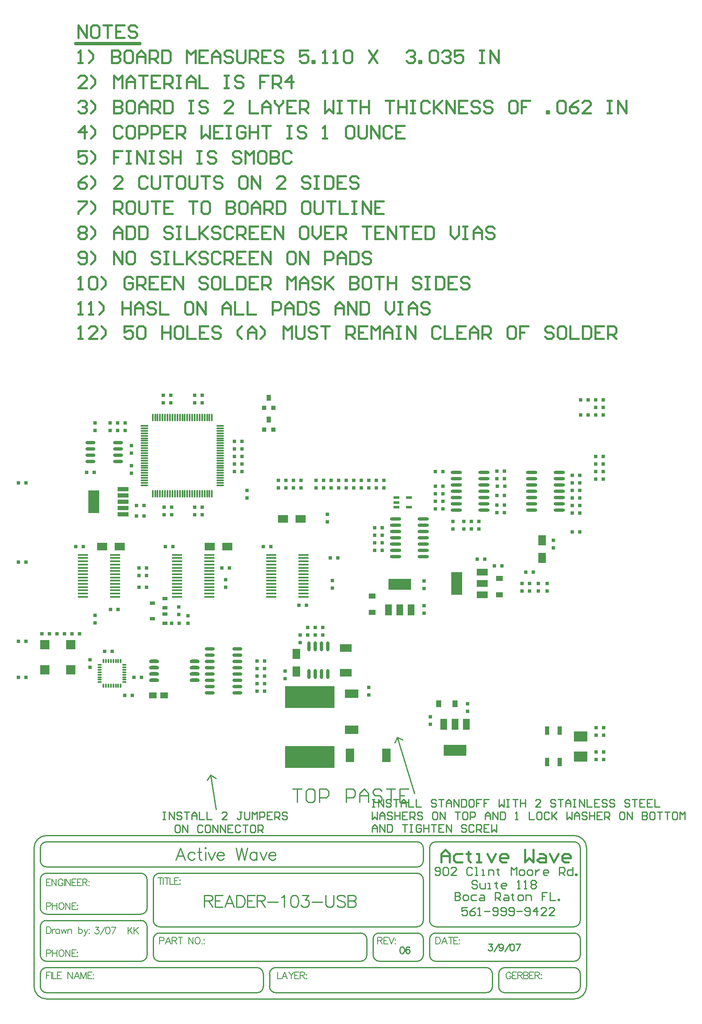
<source format=gtp>
%FSLAX24Y24*%
%MOIN*%
G70*
G01*
G75*
G04 Layer_Color=8421504*
%ADD10C,0.0080*%
%ADD11R,0.0500X0.0200*%
%ADD12R,0.0800X0.0600*%
%ADD13R,0.0800X0.0140*%
%ADD14R,0.0550X0.0400*%
%ADD15R,0.0300X0.0300*%
%ADD16R,0.0900X0.0550*%
%ADD17R,0.0900X0.1800*%
%ADD18R,0.0630X0.0118*%
%ADD19O,0.0630X0.0118*%
%ADD20O,0.0118X0.0630*%
%ADD21R,0.0300X0.0300*%
%ADD22R,0.0780X0.0780*%
%ADD23R,0.0900X0.0350*%
%ADD24O,0.0800X0.0240*%
%ADD25R,0.0360X0.0500*%
%ADD26R,0.0360X0.0360*%
%ADD27R,0.1800X0.0900*%
%ADD28O,0.0900X0.0240*%
%ADD29R,0.0400X0.0300*%
%ADD30R,0.0550X0.0900*%
%ADD31R,0.0400X0.0550*%
%ADD32R,0.3949X0.1752*%
%ADD33R,0.0600X0.0800*%
%ADD34O,0.0240X0.0800*%
%ADD35R,0.0945X0.0591*%
%ADD36R,0.1102X0.0709*%
%ADD37R,0.0709X0.1102*%
%ADD38O,0.0394X0.0108*%
%ADD39O,0.0108X0.0394*%
%ADD40O,0.0394X0.0108*%
%ADD41R,0.0600X0.0500*%
%ADD42O,0.0800X0.0300*%
%ADD43R,0.0350X0.0700*%
%ADD44R,0.1102X0.0790*%
%ADD45C,0.0120*%
%ADD46C,0.0100*%
%ADD47C,0.0200*%
%ADD48C,0.0300*%
%ADD49C,0.0250*%
%ADD50C,0.0150*%
%ADD51C,0.0400*%
%ADD52C,0.0140*%
%ADD53C,0.0220*%
%ADD54C,0.0090*%
%ADD55C,0.0050*%
%ADD56C,0.0600*%
%ADD57C,0.0650*%
%ADD58C,0.0550*%
%ADD59C,0.0620*%
%ADD60R,0.0620X0.0620*%
%ADD61R,0.0650X0.0650*%
%ADD62R,0.0600X0.0600*%
%ADD63R,0.0520X0.0520*%
%ADD64C,0.0670*%
%ADD65C,0.2100*%
%ADD66C,0.1400*%
%ADD67R,0.0650X0.0650*%
%ADD68C,0.1300*%
%ADD69C,0.1280*%
%ADD70C,0.0900*%
%ADD71C,0.0787*%
%ADD72R,0.0787X0.0787*%
%ADD73R,0.0850X0.0850*%
%ADD74C,0.0850*%
%ADD75C,0.1250*%
%ADD76R,0.0620X0.0620*%
%ADD77C,0.0350*%
%ADD78C,0.0060*%
%ADD79C,0.0125*%
D10*
X-4084Y-16617D02*
X-3805D01*
X-3957Y-16820D01*
X-3881D01*
X-3830Y-16845D01*
X-3805Y-16871D01*
X-3779Y-16947D01*
Y-16998D01*
X-3805Y-17074D01*
X-3856Y-17125D01*
X-3932Y-17150D01*
X-4008D01*
X-4084Y-17125D01*
X-4109Y-17099D01*
X-4135Y-17048D01*
X-3660Y-17226D02*
X-3305Y-16617D01*
X-3117D02*
X-3193Y-16642D01*
X-3244Y-16718D01*
X-3269Y-16845D01*
Y-16922D01*
X-3244Y-17048D01*
X-3193Y-17125D01*
X-3117Y-17150D01*
X-3066D01*
X-2990Y-17125D01*
X-2939Y-17048D01*
X-2914Y-16922D01*
Y-16845D01*
X-2939Y-16718D01*
X-2990Y-16642D01*
X-3066Y-16617D01*
X-3117D01*
X-2439D02*
X-2693Y-17150D01*
X-2794Y-16617D02*
X-2439D01*
X-1481D02*
Y-17150D01*
X-1126Y-16617D02*
X-1481Y-16972D01*
X-1354Y-16845D02*
X-1126Y-17150D01*
X-1007Y-16617D02*
Y-17150D01*
X-651Y-16617D02*
X-1007Y-16972D01*
X-880Y-16845D02*
X-651Y-17150D01*
D11*
X19900Y16775D02*
D03*
Y17155D02*
D03*
X20900Y16775D02*
D03*
X19900Y17525D02*
D03*
X20900D02*
D03*
D12*
X-2150Y13650D02*
D03*
X-3550D02*
D03*
X12250Y15850D02*
D03*
X10850D02*
D03*
X6433Y13650D02*
D03*
X5033D02*
D03*
D13*
X-5067Y10675D02*
D03*
X4985Y10931D02*
D03*
X12485D02*
D03*
X2433Y12978D02*
D03*
Y10675D02*
D03*
X2427Y10418D02*
D03*
Y10162D02*
D03*
Y9906D02*
D03*
Y9650D02*
D03*
X4985Y9651D02*
D03*
Y9907D02*
D03*
Y10163D02*
D03*
Y10419D02*
D03*
Y10675D02*
D03*
X2433Y12722D02*
D03*
X4985Y11187D02*
D03*
Y11443D02*
D03*
Y11698D02*
D03*
Y11954D02*
D03*
Y12210D02*
D03*
Y12466D02*
D03*
Y12722D02*
D03*
Y12978D02*
D03*
X2433Y12210D02*
D03*
Y11954D02*
D03*
Y11698D02*
D03*
Y11443D02*
D03*
Y11187D02*
D03*
Y10931D02*
D03*
X9933Y12978D02*
D03*
Y10675D02*
D03*
X9927Y10418D02*
D03*
Y10162D02*
D03*
Y9906D02*
D03*
Y9650D02*
D03*
X12485Y9651D02*
D03*
Y9907D02*
D03*
Y10163D02*
D03*
Y10419D02*
D03*
Y10675D02*
D03*
X9933Y12722D02*
D03*
X12485Y11187D02*
D03*
Y11443D02*
D03*
Y11698D02*
D03*
Y11954D02*
D03*
Y12210D02*
D03*
Y12466D02*
D03*
Y12722D02*
D03*
Y12978D02*
D03*
X9933Y12466D02*
D03*
Y12210D02*
D03*
Y11954D02*
D03*
Y11698D02*
D03*
Y11443D02*
D03*
Y11187D02*
D03*
Y10931D02*
D03*
X-5067Y12978D02*
D03*
X-5073Y9906D02*
D03*
Y9650D02*
D03*
X-2515Y9651D02*
D03*
Y10163D02*
D03*
Y10419D02*
D03*
Y10675D02*
D03*
X-5067Y12722D02*
D03*
X-2515Y11187D02*
D03*
Y11443D02*
D03*
Y11698D02*
D03*
Y11954D02*
D03*
Y12210D02*
D03*
Y12466D02*
D03*
Y12722D02*
D03*
Y12978D02*
D03*
X-5067Y11698D02*
D03*
Y11187D02*
D03*
Y10931D02*
D03*
X-5073Y10418D02*
D03*
Y10162D02*
D03*
X-2515Y10931D02*
D03*
Y9907D02*
D03*
X2433Y12466D02*
D03*
X-5067D02*
D03*
Y12210D02*
D03*
Y11954D02*
D03*
Y11443D02*
D03*
D14*
X28083Y11103D02*
D03*
Y9803D02*
D03*
X17958Y8403D02*
D03*
Y9703D02*
D03*
D15*
X26333Y12653D02*
D03*
X26933D02*
D03*
X-5352Y6708D02*
D03*
X-217Y16913D02*
D03*
X-817D02*
D03*
X-217Y16063D02*
D03*
X-817D02*
D03*
X6983Y19613D02*
D03*
X7583D02*
D03*
X-4187Y19553D02*
D03*
X-4787D02*
D03*
X7583Y20213D02*
D03*
X6983D02*
D03*
X7583Y21413D02*
D03*
X6983D02*
D03*
X7583Y22013D02*
D03*
X6983D02*
D03*
Y20813D02*
D03*
X7583D02*
D03*
X30808Y11603D02*
D03*
X-5952Y6708D02*
D03*
X28513Y18453D02*
D03*
X28504Y19053D02*
D03*
Y19653D02*
D03*
X23004Y16653D02*
D03*
X23008Y19603D02*
D03*
X9388Y2753D02*
D03*
Y3353D02*
D03*
Y3953D02*
D03*
Y4553D02*
D03*
X7Y10404D02*
D03*
X-5641Y13652D02*
D03*
X9308Y13653D02*
D03*
X1508D02*
D03*
X18159Y13353D02*
D03*
X-593Y11354D02*
D03*
X-8352Y6708D02*
D03*
X18759Y15153D02*
D03*
X-10192Y12403D02*
D03*
X-9592D02*
D03*
X-10192Y18703D02*
D03*
X-9592D02*
D03*
X34508Y14811D02*
D03*
Y18711D02*
D03*
X36358Y19011D02*
D03*
Y20211D02*
D03*
X34508Y17511D02*
D03*
Y16311D02*
D03*
X33908Y18711D02*
D03*
X34508Y19311D02*
D03*
X35758Y20211D02*
D03*
X36358Y19611D02*
D03*
X33908Y17511D02*
D03*
Y18111D02*
D03*
Y14811D02*
D03*
X34508Y16911D02*
D03*
X35758Y19011D02*
D03*
Y19611D02*
D03*
X33908Y19311D02*
D03*
Y16311D02*
D03*
Y16911D02*
D03*
X34508Y18111D02*
D03*
X28504Y16953D02*
D03*
X34558Y25311D02*
D03*
Y24111D02*
D03*
X23004Y17853D02*
D03*
Y17253D02*
D03*
X27904Y19653D02*
D03*
X27913Y18453D02*
D03*
X23604Y17253D02*
D03*
Y17853D02*
D03*
Y18453D02*
D03*
X23004D02*
D03*
X27904Y19053D02*
D03*
X35158Y24111D02*
D03*
X35758D02*
D03*
X35158Y25311D02*
D03*
X35758D02*
D03*
X23604Y16653D02*
D03*
X35758Y20811D02*
D03*
X27904Y16953D02*
D03*
X35758Y24711D02*
D03*
X36358Y25311D02*
D03*
Y24711D02*
D03*
Y24111D02*
D03*
Y20811D02*
D03*
X27904Y16353D02*
D03*
X28504D02*
D03*
X23608Y19603D02*
D03*
X-10192Y6103D02*
D03*
X-9592D02*
D03*
Y3253D02*
D03*
X-10192D02*
D03*
X2108Y13653D02*
D03*
X8788Y3953D02*
D03*
Y2753D02*
D03*
Y3353D02*
D03*
Y4553D02*
D03*
X7Y11354D02*
D03*
X12733Y8978D02*
D03*
X18759Y14553D02*
D03*
Y13953D02*
D03*
X18159D02*
D03*
X18759Y13353D02*
D03*
X18159Y15153D02*
D03*
Y14553D02*
D03*
X-5041Y13652D02*
D03*
X-593Y11954D02*
D03*
X7D02*
D03*
X-593Y10404D02*
D03*
X2598Y7523D02*
D03*
X1998D02*
D03*
X6007Y11954D02*
D03*
X6607D02*
D03*
X-7752Y6708D02*
D03*
X-6552D02*
D03*
X-7152D02*
D03*
X9908Y13653D02*
D03*
X15233Y12753D02*
D03*
X14633D02*
D03*
X27683Y12103D02*
D03*
X8788Y2153D02*
D03*
X9388D02*
D03*
X27904Y17703D02*
D03*
X28504D02*
D03*
X12133Y8978D02*
D03*
X13413Y7203D02*
D03*
X14013D02*
D03*
X13413Y6603D02*
D03*
X14013D02*
D03*
X-2867Y8628D02*
D03*
X-2267D02*
D03*
X30208Y11603D02*
D03*
X28283Y12103D02*
D03*
X-1150Y1800D02*
D03*
X-1750D02*
D03*
X-1000Y3250D02*
D03*
X-400D02*
D03*
X-3350Y5300D02*
D03*
X-2750D02*
D03*
X35800Y-2700D02*
D03*
Y-1350D02*
D03*
X36400Y-2700D02*
D03*
Y-3300D02*
D03*
Y-1350D02*
D03*
Y-750D02*
D03*
X35800Y-3300D02*
D03*
Y-750D02*
D03*
D16*
X26733Y11603D02*
D03*
Y10703D02*
D03*
Y9803D02*
D03*
D17*
X24683Y10703D02*
D03*
X-4217Y17213D02*
D03*
D18*
X-187Y23238D02*
D03*
D19*
Y23041D02*
D03*
Y22844D02*
D03*
Y22647D02*
D03*
Y22451D02*
D03*
Y22254D02*
D03*
Y22057D02*
D03*
Y21860D02*
D03*
Y21663D02*
D03*
Y21466D02*
D03*
Y21269D02*
D03*
Y21073D02*
D03*
Y20876D02*
D03*
Y20679D02*
D03*
Y20482D02*
D03*
Y20285D02*
D03*
Y20088D02*
D03*
Y19891D02*
D03*
Y19695D02*
D03*
Y19498D02*
D03*
Y19301D02*
D03*
Y19104D02*
D03*
Y18907D02*
D03*
Y18710D02*
D03*
Y18514D02*
D03*
X5876D02*
D03*
Y18710D02*
D03*
Y19104D02*
D03*
Y19301D02*
D03*
Y19498D02*
D03*
Y19695D02*
D03*
Y19891D02*
D03*
Y20088D02*
D03*
Y20285D02*
D03*
Y20482D02*
D03*
Y20679D02*
D03*
Y20876D02*
D03*
Y21073D02*
D03*
Y21269D02*
D03*
Y21466D02*
D03*
Y21663D02*
D03*
Y21860D02*
D03*
Y22057D02*
D03*
Y22254D02*
D03*
Y22451D02*
D03*
Y22647D02*
D03*
Y22844D02*
D03*
Y23041D02*
D03*
Y23238D02*
D03*
Y18907D02*
D03*
D20*
X483Y17844D02*
D03*
X679D02*
D03*
X876D02*
D03*
X1073D02*
D03*
X1270D02*
D03*
X1467D02*
D03*
X1664D02*
D03*
X1861D02*
D03*
X2057D02*
D03*
X2254D02*
D03*
X2451D02*
D03*
X2648D02*
D03*
X2845Y17844D02*
D03*
X3042Y17844D02*
D03*
X3239D02*
D03*
X3435D02*
D03*
X3632D02*
D03*
X3829D02*
D03*
X4026D02*
D03*
X4223D02*
D03*
X4420D02*
D03*
X4616D02*
D03*
X4813D02*
D03*
X5010D02*
D03*
X5207D02*
D03*
Y23907D02*
D03*
X5010D02*
D03*
X4813D02*
D03*
X4616D02*
D03*
X4420D02*
D03*
X4223D02*
D03*
X4026D02*
D03*
X3829D02*
D03*
X3632D02*
D03*
X3435D02*
D03*
X3239D02*
D03*
X3042D02*
D03*
X2845D02*
D03*
X2648D02*
D03*
X2451D02*
D03*
X2254D02*
D03*
X2057D02*
D03*
X1861D02*
D03*
X1664D02*
D03*
X1467D02*
D03*
X1270D02*
D03*
X1073D02*
D03*
X876D02*
D03*
X679D02*
D03*
X483D02*
D03*
D21*
X-4117Y7578D02*
D03*
Y8178D02*
D03*
X1383Y16763D02*
D03*
Y16163D02*
D03*
X-1217Y20063D02*
D03*
Y19463D02*
D03*
X1333Y25063D02*
D03*
Y25663D02*
D03*
X4433Y25063D02*
D03*
Y25663D02*
D03*
X-1217Y21663D02*
D03*
Y21063D02*
D03*
X1983Y16763D02*
D03*
Y16163D02*
D03*
X3833Y25063D02*
D03*
Y25663D02*
D03*
Y16763D02*
D03*
Y16163D02*
D03*
X1933Y25063D02*
D03*
Y25663D02*
D03*
X-1717Y23463D02*
D03*
Y22863D02*
D03*
X-2317D02*
D03*
Y23463D02*
D03*
X-2917D02*
D03*
Y22863D02*
D03*
X-4117D02*
D03*
Y23463D02*
D03*
X7983Y18113D02*
D03*
X4433Y16763D02*
D03*
Y16163D02*
D03*
X22108Y10303D02*
D03*
Y10903D02*
D03*
X29908Y10103D02*
D03*
X12283Y18902D02*
D03*
Y18302D02*
D03*
X11683D02*
D03*
Y18902D02*
D03*
X10483Y18302D02*
D03*
Y18902D02*
D03*
X18878Y18303D02*
D03*
Y18903D02*
D03*
X24408Y15053D02*
D03*
X14781Y10931D02*
D03*
X25854Y15053D02*
D03*
X25254D02*
D03*
X25854Y15653D02*
D03*
X25254D02*
D03*
X24408D02*
D03*
X31908Y10103D02*
D03*
X30508D02*
D03*
Y10703D02*
D03*
X31908D02*
D03*
X2548Y8223D02*
D03*
Y8823D02*
D03*
X11083Y18902D02*
D03*
Y18302D02*
D03*
X6285Y10419D02*
D03*
X18278Y18903D02*
D03*
Y18303D02*
D03*
X17678Y18903D02*
D03*
Y18303D02*
D03*
X17078Y18903D02*
D03*
Y18303D02*
D03*
X16478D02*
D03*
Y18903D02*
D03*
X15878Y18303D02*
D03*
Y18903D02*
D03*
X15278D02*
D03*
X14678D02*
D03*
X14078Y18303D02*
D03*
Y18903D02*
D03*
X3283Y8123D02*
D03*
Y7523D02*
D03*
X14781Y10331D02*
D03*
X31208Y10703D02*
D03*
Y10103D02*
D03*
X26454Y15053D02*
D03*
Y15653D02*
D03*
X13478Y18303D02*
D03*
Y18903D02*
D03*
X22608Y-497D02*
D03*
Y103D02*
D03*
X25558Y1153D02*
D03*
Y553D02*
D03*
X22108Y8353D02*
D03*
Y8953D02*
D03*
X17708Y2453D02*
D03*
Y1853D02*
D03*
X11013Y3753D02*
D03*
Y3153D02*
D03*
X14378Y15603D02*
D03*
X12813Y7203D02*
D03*
Y6603D02*
D03*
X12213Y6003D02*
D03*
Y6603D02*
D03*
X32383Y13528D02*
D03*
Y14128D02*
D03*
X29908Y10703D02*
D03*
X14378Y16203D02*
D03*
X-4500Y4050D02*
D03*
Y4650D02*
D03*
X6285Y11019D02*
D03*
X15278Y18303D02*
D03*
X14678D02*
D03*
X7983Y17513D02*
D03*
D22*
X-6042Y5828D02*
D03*
X-8092D02*
D03*
X-6042Y3828D02*
D03*
X-8092D02*
D03*
D23*
X-1867Y17213D02*
D03*
Y18213D02*
D03*
Y16213D02*
D03*
Y16713D02*
D03*
Y17713D02*
D03*
D24*
X-2267Y21913D02*
D03*
Y21413D02*
D03*
Y20913D02*
D03*
Y20413D02*
D03*
X-4467D02*
D03*
Y20913D02*
D03*
Y21413D02*
D03*
Y21913D02*
D03*
X5043Y5503D02*
D03*
Y5003D02*
D03*
Y4503D02*
D03*
Y4003D02*
D03*
Y3503D02*
D03*
Y3003D02*
D03*
Y2503D02*
D03*
Y2003D02*
D03*
X7243D02*
D03*
Y2503D02*
D03*
Y3003D02*
D03*
Y3503D02*
D03*
Y4003D02*
D03*
Y4503D02*
D03*
Y5003D02*
D03*
Y5503D02*
D03*
D25*
X9733Y25488D02*
D03*
Y23738D02*
D03*
D26*
X10103Y24688D02*
D03*
Y22938D02*
D03*
X9353D02*
D03*
Y24688D02*
D03*
D27*
X20158Y10653D02*
D03*
X24558Y-2547D02*
D03*
D28*
X30658Y18553D02*
D03*
X24658D02*
D03*
X19813Y14853D02*
D03*
X32858Y18553D02*
D03*
X30658Y19053D02*
D03*
Y17053D02*
D03*
Y17553D02*
D03*
Y19553D02*
D03*
Y18053D02*
D03*
Y16553D02*
D03*
X32858Y19053D02*
D03*
Y19553D02*
D03*
Y17553D02*
D03*
Y18053D02*
D03*
Y16553D02*
D03*
Y17053D02*
D03*
X26858Y19053D02*
D03*
Y19553D02*
D03*
Y17553D02*
D03*
Y18053D02*
D03*
Y16553D02*
D03*
Y17053D02*
D03*
Y18553D02*
D03*
X24658Y16553D02*
D03*
Y19053D02*
D03*
Y17053D02*
D03*
Y18053D02*
D03*
Y19553D02*
D03*
Y17553D02*
D03*
X22013Y15353D02*
D03*
Y15853D02*
D03*
Y13853D02*
D03*
Y14353D02*
D03*
Y12853D02*
D03*
Y13353D02*
D03*
Y14853D02*
D03*
X19813Y12853D02*
D03*
Y15353D02*
D03*
Y13353D02*
D03*
Y14353D02*
D03*
Y15853D02*
D03*
Y13853D02*
D03*
D29*
X1448Y8263D02*
D03*
Y7523D02*
D03*
X458Y7893D02*
D03*
X1448Y9513D02*
D03*
Y8773D02*
D03*
X458Y9143D02*
D03*
D30*
X25458Y-497D02*
D03*
X24558D02*
D03*
X23658D02*
D03*
X19258Y8603D02*
D03*
X20158D02*
D03*
X21058D02*
D03*
D31*
X23258Y1153D02*
D03*
X24558D02*
D03*
D32*
X12982Y1663D02*
D03*
Y-3087D02*
D03*
D33*
X11913Y3703D02*
D03*
Y5103D02*
D03*
X31483Y14128D02*
D03*
Y12728D02*
D03*
D34*
X12913Y5703D02*
D03*
X13413D02*
D03*
X13913D02*
D03*
X14413D02*
D03*
Y3503D02*
D03*
X13913D02*
D03*
X13413D02*
D03*
X12913D02*
D03*
D35*
X15863Y5572D02*
D03*
Y3603D02*
D03*
D36*
X16333Y1953D02*
D03*
Y-921D02*
D03*
D37*
X16209Y-2947D02*
D03*
X19083D02*
D03*
D38*
X-3734Y4042D02*
D03*
Y3845D02*
D03*
Y3648D02*
D03*
Y3452D02*
D03*
Y3255D02*
D03*
Y3058D02*
D03*
Y2861D02*
D03*
X-1766D02*
D03*
Y3058D02*
D03*
Y3255D02*
D03*
Y3452D02*
D03*
Y3648D02*
D03*
Y3845D02*
D03*
Y4042D02*
D03*
Y4239D02*
D03*
D39*
X-3439Y2566D02*
D03*
X-3242D02*
D03*
X-3045D02*
D03*
X-2848D02*
D03*
X-2652D02*
D03*
X-2455D02*
D03*
X-2258D02*
D03*
X-2061D02*
D03*
Y4524D02*
D03*
X-2258D02*
D03*
X-2455D02*
D03*
X-2652D02*
D03*
X-2848D02*
D03*
X-3045D02*
D03*
X-3242D02*
D03*
X-3439D02*
D03*
D40*
X-3734Y4239D02*
D03*
D41*
X500Y1800D02*
D03*
X1400D02*
D03*
D42*
X588Y4503D02*
D03*
Y4003D02*
D03*
Y3503D02*
D03*
Y3003D02*
D03*
X3838D02*
D03*
Y3503D02*
D03*
Y4003D02*
D03*
Y4503D02*
D03*
D43*
X32904Y-980D02*
D03*
X31900Y-1000D02*
D03*
X32904Y-3480D02*
D03*
X31900D02*
D03*
D44*
X34550Y-3050D02*
D03*
Y-1470D02*
D03*
D46*
X11633Y-5624D02*
X12344D01*
X11989D01*
Y-6691D01*
X13233Y-5624D02*
X12877D01*
X12700Y-5802D01*
Y-6513D01*
X12877Y-6691D01*
X13233D01*
X13410Y-6513D01*
Y-5802D01*
X13233Y-5624D01*
X13766Y-6691D02*
Y-5624D01*
X14299D01*
X14477Y-5802D01*
Y-6158D01*
X14299Y-6335D01*
X13766D01*
X15898Y-6691D02*
Y-5624D01*
X16432D01*
X16609Y-5802D01*
Y-6158D01*
X16432Y-6335D01*
X15898D01*
X16965Y-6691D02*
Y-5980D01*
X17320Y-5624D01*
X17676Y-5980D01*
Y-6691D01*
Y-6158D01*
X16965D01*
X18742Y-5802D02*
X18564Y-5624D01*
X18209D01*
X18031Y-5802D01*
Y-5980D01*
X18209Y-6158D01*
X18564D01*
X18742Y-6335D01*
Y-6513D01*
X18564Y-6691D01*
X18209D01*
X18031Y-6513D01*
X19097Y-5624D02*
X19808D01*
X19453D01*
Y-6691D01*
X20875Y-5624D02*
X20164D01*
Y-6691D01*
X20875D01*
X20164Y-6158D02*
X20519D01*
X9285Y-20339D02*
G03*
X8785Y-19839I-500J0D01*
G01*
X8797Y-21840D02*
G03*
X9285Y-21343I8J480D01*
G01*
X10285Y-19839D02*
G03*
X9785Y-20339I0J-500D01*
G01*
Y-21339D02*
G03*
X10277Y-21839I500J0D01*
G01*
X27535Y-20339D02*
G03*
X27035Y-19839I-500J0D01*
G01*
X27047Y-21840D02*
G03*
X27535Y-21343I8J480D01*
G01*
X28035Y-21349D02*
G03*
X28534Y-21839I490J0D01*
G01*
X28535Y-19839D02*
G03*
X28035Y-20339I0J-500D01*
G01*
X35Y-12829D02*
G03*
X-455Y-12339I-490J0D01*
G01*
X-445Y-15589D02*
G03*
X35Y-15109I0J480D01*
G01*
Y-16579D02*
G03*
X-472Y-16090I-490J0D01*
G01*
X535Y-16099D02*
G03*
X1025Y-16589I490J0D01*
G01*
X535Y-18849D02*
G03*
X1025Y-19339I490J0D01*
G01*
X-455D02*
G03*
X35Y-18849I0J490D01*
G01*
X17535Y-17579D02*
G03*
X17045Y-17089I-490J0D01*
G01*
Y-19339D02*
G03*
X17535Y-18841I0J490D01*
G01*
X18035Y-18829D02*
G03*
X18537Y-19339I510J0D01*
G01*
X18515Y-17089D02*
G03*
X18036Y-17595I0J-480D01*
G01*
X1035Y-17089D02*
G03*
X535Y-17589I0J-500D01*
G01*
X1035Y-12339D02*
G03*
X535Y-12839I0J-500D01*
G01*
X-8465Y-18839D02*
G03*
X-7973Y-19339I500J0D01*
G01*
X-7965Y-16089D02*
G03*
X-8465Y-16589I0J-500D01*
G01*
Y-15089D02*
G03*
X-7965Y-15589I500J0D01*
G01*
Y-12339D02*
G03*
X-8465Y-12839I0J-500D01*
G01*
Y-11339D02*
G03*
X-7965Y-11839I500J0D01*
G01*
Y-9839D02*
G03*
X-8465Y-10339I0J-500D01*
G01*
X22035D02*
G03*
X21535Y-9839I-500J0D01*
G01*
X23035D02*
G03*
X22535Y-10339I0J-500D01*
G01*
X21535Y-11839D02*
G03*
X22035Y-11339I0J500D01*
G01*
Y-12839D02*
G03*
X21535Y-12339I-500J0D01*
G01*
X-7965Y-19839D02*
G03*
X-8465Y-20339I0J-500D01*
G01*
X21544Y-16589D02*
G03*
X22036Y-16089I-9J500D01*
G01*
X-8465Y-21339D02*
G03*
X-7973Y-21839I500J0D01*
G01*
X22035Y-17579D02*
G03*
X21545Y-17089I-490J0D01*
G01*
X22535Y-18849D02*
G03*
X23034Y-19339I490J0D01*
G01*
X21535Y-19339D02*
G03*
X22035Y-18839I0J500D01*
G01*
X34035Y-21839D02*
G03*
X34535Y-21339I0J500D01*
G01*
X34536Y-20331D02*
G03*
X34035Y-19839I-500J-9D01*
G01*
Y-19339D02*
G03*
X34535Y-18839I0J500D01*
G01*
Y-10329D02*
G03*
X34028Y-9840I-490J0D01*
G01*
X35035Y-10339D02*
G03*
X34035Y-9339I-1000J0D01*
G01*
Y-22339D02*
G03*
X35035Y-21339I0J1000D01*
G01*
X-8965Y-21329D02*
G03*
X-7972Y-22339I1010J0D01*
G01*
X-7965Y-9339D02*
G03*
X-8965Y-10339I0J-1000D01*
G01*
X22535Y-16089D02*
G03*
X23035Y-16589I500J0D01*
G01*
X34035D02*
G03*
X34535Y-16089I0J500D01*
G01*
X23035Y-17089D02*
G03*
X22535Y-17589I0J-500D01*
G01*
X34535Y-17579D02*
G03*
X34045Y-17089I-490J0D01*
G01*
X10285Y-21839D02*
X27035D01*
X-7965D02*
X8785D01*
X-7965Y-19839D02*
X8785D01*
X10285D02*
X27035D01*
X28535Y-21839D02*
X34035D01*
X28535Y-19839D02*
X34035D01*
X-7965Y-9839D02*
X21535D01*
X-7965Y-22339D02*
X34035D01*
X-7965Y-9339D02*
X34035D01*
X-7965Y-19339D02*
X-465D01*
X-7965Y-16089D02*
X-465D01*
X-7965Y-15589D02*
X-465D01*
X-7965Y-12339D02*
X-465D01*
X-7965Y-11839D02*
X21535D01*
X1035Y-12339D02*
X21535D01*
X1035Y-17089D02*
X17035D01*
X1035Y-19339D02*
X17035D01*
X18535D02*
X21535D01*
X18535Y-17089D02*
X21535D01*
X23035Y-19339D02*
X34035D01*
X23035Y-9839D02*
X34035D01*
X1035Y-16589D02*
X21535D01*
X23035D02*
X34035D01*
X23035Y-17089D02*
X34035D01*
X9285Y-21339D02*
Y-20339D01*
X9785Y-21339D02*
Y-20339D01*
X27535Y-21339D02*
Y-20339D01*
X28035Y-21339D02*
Y-20339D01*
X35035Y-21339D02*
Y-10339D01*
X-8465Y-18839D02*
Y-16589D01*
X35Y-18839D02*
Y-16589D01*
X-8465Y-15089D02*
Y-12839D01*
X35Y-15089D02*
Y-12839D01*
X-8465Y-11339D02*
Y-10339D01*
X22035Y-11339D02*
Y-10339D01*
Y-16089D02*
Y-12839D01*
X535Y-16089D02*
Y-12839D01*
X17535Y-18839D02*
Y-17589D01*
X535Y-18839D02*
Y-17589D01*
X18035Y-18839D02*
Y-17589D01*
X22035Y-18839D02*
Y-17589D01*
X34535Y-21339D02*
Y-20339D01*
X-8465Y-21339D02*
Y-20339D01*
X-8965Y-21339D02*
Y-10339D01*
X22535Y-16089D02*
Y-10339D01*
X34535Y-16089D02*
Y-10339D01*
X22535Y-18839D02*
Y-17589D01*
X34535Y-18839D02*
Y-17579D01*
X26323Y-13015D02*
X26216Y-12908D01*
X26003D01*
X25896Y-13015D01*
Y-13121D01*
X26003Y-13228D01*
X26216D01*
X26323Y-13334D01*
Y-13441D01*
X26216Y-13548D01*
X26003D01*
X25896Y-13441D01*
X26536Y-13121D02*
Y-13441D01*
X26643Y-13548D01*
X26963D01*
Y-13121D01*
X27176Y-13548D02*
X27389D01*
X27283D01*
Y-13121D01*
X27176D01*
X27816Y-13015D02*
Y-13121D01*
X27709D01*
X27922D01*
X27816D01*
Y-13441D01*
X27922Y-13548D01*
X28562D02*
X28349D01*
X28242Y-13441D01*
Y-13228D01*
X28349Y-13121D01*
X28562D01*
X28669Y-13228D01*
Y-13334D01*
X28242D01*
X29522Y-13548D02*
X29735D01*
X29628D01*
Y-12908D01*
X29522Y-13015D01*
X30055Y-13548D02*
X30268D01*
X30162D01*
Y-12908D01*
X30055Y-13015D01*
X30588D02*
X30695Y-12908D01*
X30908D01*
X31015Y-13015D01*
Y-13121D01*
X30908Y-13228D01*
X31015Y-13334D01*
Y-13441D01*
X30908Y-13548D01*
X30695D01*
X30588Y-13441D01*
Y-13334D01*
X30695Y-13228D01*
X30588Y-13121D01*
Y-13015D01*
X30695Y-13228D02*
X30908D01*
X25523Y-15058D02*
X25096D01*
Y-15378D01*
X25310Y-15271D01*
X25416D01*
X25523Y-15378D01*
Y-15591D01*
X25416Y-15698D01*
X25203D01*
X25096Y-15591D01*
X26163Y-15058D02*
X25949Y-15165D01*
X25736Y-15378D01*
Y-15591D01*
X25843Y-15698D01*
X26056D01*
X26163Y-15591D01*
Y-15484D01*
X26056Y-15378D01*
X25736D01*
X26376Y-15698D02*
X26589D01*
X26483D01*
Y-15058D01*
X26376Y-15165D01*
X26909Y-15378D02*
X27336D01*
X27549Y-15591D02*
X27655Y-15698D01*
X27869D01*
X27975Y-15591D01*
Y-15165D01*
X27869Y-15058D01*
X27655D01*
X27549Y-15165D01*
Y-15271D01*
X27655Y-15378D01*
X27975D01*
X28189Y-15591D02*
X28295Y-15698D01*
X28509D01*
X28615Y-15591D01*
Y-15165D01*
X28509Y-15058D01*
X28295D01*
X28189Y-15165D01*
Y-15271D01*
X28295Y-15378D01*
X28615D01*
X28828Y-15591D02*
X28935Y-15698D01*
X29148D01*
X29255Y-15591D01*
Y-15165D01*
X29148Y-15058D01*
X28935D01*
X28828Y-15165D01*
Y-15271D01*
X28935Y-15378D01*
X29255D01*
X29468D02*
X29895D01*
X30108Y-15591D02*
X30215Y-15698D01*
X30428D01*
X30535Y-15591D01*
Y-15165D01*
X30428Y-15058D01*
X30215D01*
X30108Y-15165D01*
Y-15271D01*
X30215Y-15378D01*
X30535D01*
X31068Y-15698D02*
Y-15058D01*
X30748Y-15378D01*
X31174D01*
X31814Y-15698D02*
X31388D01*
X31814Y-15271D01*
Y-15165D01*
X31707Y-15058D01*
X31494D01*
X31388Y-15165D01*
X32454Y-15698D02*
X32027D01*
X32454Y-15271D01*
Y-15165D01*
X32347Y-15058D01*
X32134D01*
X32027Y-15165D01*
X22946Y-12391D02*
X23053Y-12498D01*
X23266D01*
X23373Y-12391D01*
Y-11965D01*
X23266Y-11858D01*
X23053D01*
X22946Y-11965D01*
Y-12071D01*
X23053Y-12178D01*
X23373D01*
X23586Y-11965D02*
X23693Y-11858D01*
X23906D01*
X24013Y-11965D01*
Y-12391D01*
X23906Y-12498D01*
X23693D01*
X23586Y-12391D01*
Y-11965D01*
X24652Y-12498D02*
X24226D01*
X24652Y-12071D01*
Y-11965D01*
X24546Y-11858D01*
X24332D01*
X24226Y-11965D01*
X25932D02*
X25825Y-11858D01*
X25612D01*
X25505Y-11965D01*
Y-12391D01*
X25612Y-12498D01*
X25825D01*
X25932Y-12391D01*
X26145Y-12498D02*
X26359D01*
X26252D01*
Y-11858D01*
X26145D01*
X26678Y-12498D02*
X26892D01*
X26785D01*
Y-12071D01*
X26678D01*
X27212Y-12498D02*
Y-12071D01*
X27531D01*
X27638Y-12178D01*
Y-12498D01*
X27958Y-11965D02*
Y-12071D01*
X27851D01*
X28065D01*
X27958D01*
Y-12391D01*
X28065Y-12498D01*
X29024D02*
Y-11858D01*
X29238Y-12071D01*
X29451Y-11858D01*
Y-12498D01*
X29771D02*
X29984D01*
X30091Y-12391D01*
Y-12178D01*
X29984Y-12071D01*
X29771D01*
X29664Y-12178D01*
Y-12391D01*
X29771Y-12498D01*
X30411D02*
X30624D01*
X30730Y-12391D01*
Y-12178D01*
X30624Y-12071D01*
X30411D01*
X30304Y-12178D01*
Y-12391D01*
X30411Y-12498D01*
X30944Y-12071D02*
Y-12498D01*
Y-12284D01*
X31050Y-12178D01*
X31157Y-12071D01*
X31264D01*
X31903Y-12498D02*
X31690D01*
X31583Y-12391D01*
Y-12178D01*
X31690Y-12071D01*
X31903D01*
X32010Y-12178D01*
Y-12284D01*
X31583D01*
X32863Y-12498D02*
Y-11858D01*
X33183D01*
X33290Y-11965D01*
Y-12178D01*
X33183Y-12284D01*
X32863D01*
X33076D02*
X33290Y-12498D01*
X33929Y-11858D02*
Y-12498D01*
X33609D01*
X33503Y-12391D01*
Y-12178D01*
X33609Y-12071D01*
X33929D01*
X34143Y-12498D02*
Y-12391D01*
X34249D01*
Y-12498D01*
X34143D01*
X24546Y-13858D02*
Y-14498D01*
X24866D01*
X24973Y-14391D01*
Y-14284D01*
X24866Y-14178D01*
X24546D01*
X24866D01*
X24973Y-14071D01*
Y-13965D01*
X24866Y-13858D01*
X24546D01*
X25293Y-14498D02*
X25506D01*
X25613Y-14391D01*
Y-14178D01*
X25506Y-14071D01*
X25293D01*
X25186Y-14178D01*
Y-14391D01*
X25293Y-14498D01*
X26252Y-14071D02*
X25933D01*
X25826Y-14178D01*
Y-14391D01*
X25933Y-14498D01*
X26252D01*
X26572Y-14071D02*
X26786D01*
X26892Y-14178D01*
Y-14498D01*
X26572D01*
X26466Y-14391D01*
X26572Y-14284D01*
X26892D01*
X27745Y-14498D02*
Y-13858D01*
X28065D01*
X28172Y-13965D01*
Y-14178D01*
X28065Y-14284D01*
X27745D01*
X27959D02*
X28172Y-14498D01*
X28492Y-14071D02*
X28705D01*
X28812Y-14178D01*
Y-14498D01*
X28492D01*
X28385Y-14391D01*
X28492Y-14284D01*
X28812D01*
X29131Y-13965D02*
Y-14071D01*
X29025D01*
X29238D01*
X29131D01*
Y-14391D01*
X29238Y-14498D01*
X29665D02*
X29878D01*
X29985Y-14391D01*
Y-14178D01*
X29878Y-14071D01*
X29665D01*
X29558Y-14178D01*
Y-14391D01*
X29665Y-14498D01*
X30198D02*
Y-14071D01*
X30518D01*
X30624Y-14178D01*
Y-14498D01*
X31904Y-13858D02*
X31477D01*
Y-14178D01*
X31691D01*
X31477D01*
Y-14498D01*
X32117Y-13858D02*
Y-14498D01*
X32544D01*
X32757D02*
Y-14391D01*
X32864D01*
Y-14498D01*
X32757D01*
X5108Y-4519D02*
X5513Y-7277D01*
X5108Y-4519D02*
X5514Y-4803D01*
X4824Y-4925D02*
X5108Y-4519D01*
X19958Y-1522D02*
X21338Y-5997D01*
X19958Y-1522D02*
X20407Y-1731D01*
X19749Y-1971D02*
X19958Y-1522D01*
X1308Y-7452D02*
X1508D01*
X1408D01*
Y-8052D01*
X1308D01*
X1508D01*
X1808D02*
Y-7452D01*
X2208Y-8052D01*
Y-7452D01*
X2808Y-7552D02*
X2708Y-7452D01*
X2508D01*
X2408Y-7552D01*
Y-7652D01*
X2508Y-7752D01*
X2708D01*
X2808Y-7852D01*
Y-7952D01*
X2708Y-8052D01*
X2508D01*
X2408Y-7952D01*
X3008Y-7452D02*
X3408D01*
X3208D01*
Y-8052D01*
X3608D02*
Y-7652D01*
X3808Y-7452D01*
X4007Y-7652D01*
Y-8052D01*
Y-7752D01*
X3608D01*
X4207Y-7452D02*
Y-8052D01*
X4607D01*
X4807Y-7452D02*
Y-8052D01*
X5207D01*
X6407D02*
X6007D01*
X6407Y-7652D01*
Y-7552D01*
X6307Y-7452D01*
X6107D01*
X6007Y-7552D01*
X7606Y-7452D02*
X7406D01*
X7506D01*
Y-7952D01*
X7406Y-8052D01*
X7306D01*
X7206Y-7952D01*
X7806Y-7452D02*
Y-7952D01*
X7906Y-8052D01*
X8106D01*
X8206Y-7952D01*
Y-7452D01*
X8406Y-8052D02*
Y-7452D01*
X8606Y-7652D01*
X8806Y-7452D01*
Y-8052D01*
X9006D02*
Y-7452D01*
X9306D01*
X9406Y-7552D01*
Y-7752D01*
X9306Y-7852D01*
X9006D01*
X10006Y-7452D02*
X9606D01*
Y-8052D01*
X10006D01*
X9606Y-7752D02*
X9806D01*
X10205Y-8052D02*
Y-7452D01*
X10505D01*
X10605Y-7552D01*
Y-7752D01*
X10505Y-7852D01*
X10205D01*
X10405D02*
X10605Y-8052D01*
X11205Y-7552D02*
X11105Y-7452D01*
X10905D01*
X10805Y-7552D01*
Y-7652D01*
X10905Y-7752D01*
X11105D01*
X11205Y-7852D01*
Y-7952D01*
X11105Y-8052D01*
X10905D01*
X10805Y-7952D01*
X2558Y-8502D02*
X2358D01*
X2258Y-8602D01*
Y-9002D01*
X2358Y-9102D01*
X2558D01*
X2658Y-9002D01*
Y-8602D01*
X2558Y-8502D01*
X2858Y-9102D02*
Y-8502D01*
X3258Y-9102D01*
Y-8502D01*
X4458Y-8602D02*
X4358Y-8502D01*
X4158D01*
X4058Y-8602D01*
Y-9002D01*
X4158Y-9102D01*
X4358D01*
X4458Y-9002D01*
X4957Y-8502D02*
X4758D01*
X4658Y-8602D01*
Y-9002D01*
X4758Y-9102D01*
X4957D01*
X5057Y-9002D01*
Y-8602D01*
X4957Y-8502D01*
X5257Y-9102D02*
Y-8502D01*
X5657Y-9102D01*
Y-8502D01*
X5857Y-9102D02*
Y-8502D01*
X6257Y-9102D01*
Y-8502D01*
X6857D02*
X6457D01*
Y-9102D01*
X6857D01*
X6457Y-8802D02*
X6657D01*
X7457Y-8602D02*
X7357Y-8502D01*
X7157D01*
X7057Y-8602D01*
Y-9002D01*
X7157Y-9102D01*
X7357D01*
X7457Y-9002D01*
X7657Y-8502D02*
X8056D01*
X7857D01*
Y-9102D01*
X8556Y-8502D02*
X8356D01*
X8256Y-8602D01*
Y-9002D01*
X8356Y-9102D01*
X8556D01*
X8656Y-9002D01*
Y-8602D01*
X8556Y-8502D01*
X8856Y-9102D02*
Y-8502D01*
X9156D01*
X9256Y-8602D01*
Y-8802D01*
X9156Y-8902D01*
X8856D01*
X9056D02*
X9256Y-9102D01*
X17958Y-6472D02*
X18158D01*
X18058D01*
Y-7072D01*
X17958D01*
X18158D01*
X18458D02*
Y-6472D01*
X18858Y-7072D01*
Y-6472D01*
X19458Y-6572D02*
X19358Y-6472D01*
X19158D01*
X19058Y-6572D01*
Y-6672D01*
X19158Y-6772D01*
X19358D01*
X19458Y-6872D01*
Y-6972D01*
X19358Y-7072D01*
X19158D01*
X19058Y-6972D01*
X19658Y-6472D02*
X20058D01*
X19858D01*
Y-7072D01*
X20258D02*
Y-6672D01*
X20458Y-6472D01*
X20657Y-6672D01*
Y-7072D01*
Y-6772D01*
X20258D01*
X20857Y-6472D02*
Y-7072D01*
X21257D01*
X21457Y-6472D02*
Y-7072D01*
X21857D01*
X23057Y-6572D02*
X22957Y-6472D01*
X22757D01*
X22657Y-6572D01*
Y-6672D01*
X22757Y-6772D01*
X22957D01*
X23057Y-6872D01*
Y-6972D01*
X22957Y-7072D01*
X22757D01*
X22657Y-6972D01*
X23257Y-6472D02*
X23656D01*
X23457D01*
Y-7072D01*
X23856D02*
Y-6672D01*
X24056Y-6472D01*
X24256Y-6672D01*
Y-7072D01*
Y-6772D01*
X23856D01*
X24456Y-7072D02*
Y-6472D01*
X24856Y-7072D01*
Y-6472D01*
X25056D02*
Y-7072D01*
X25356D01*
X25456Y-6972D01*
Y-6572D01*
X25356Y-6472D01*
X25056D01*
X25956D02*
X25756D01*
X25656Y-6572D01*
Y-6972D01*
X25756Y-7072D01*
X25956D01*
X26056Y-6972D01*
Y-6572D01*
X25956Y-6472D01*
X26656D02*
X26256D01*
Y-6772D01*
X26456D01*
X26256D01*
Y-7072D01*
X27255Y-6472D02*
X26855D01*
Y-6772D01*
X27055D01*
X26855D01*
Y-7072D01*
X28055Y-6472D02*
Y-7072D01*
X28255Y-6872D01*
X28455Y-7072D01*
Y-6472D01*
X28655D02*
X28855D01*
X28755D01*
Y-7072D01*
X28655D01*
X28855D01*
X29155Y-6472D02*
X29555D01*
X29355D01*
Y-7072D01*
X29755Y-6472D02*
Y-7072D01*
Y-6772D01*
X30154D01*
Y-6472D01*
Y-7072D01*
X31354D02*
X30954D01*
X31354Y-6672D01*
Y-6572D01*
X31254Y-6472D01*
X31054D01*
X30954Y-6572D01*
X32554D02*
X32454Y-6472D01*
X32254D01*
X32154Y-6572D01*
Y-6672D01*
X32254Y-6772D01*
X32454D01*
X32554Y-6872D01*
Y-6972D01*
X32454Y-7072D01*
X32254D01*
X32154Y-6972D01*
X32754Y-6472D02*
X33153D01*
X32953D01*
Y-7072D01*
X33353D02*
Y-6672D01*
X33553Y-6472D01*
X33753Y-6672D01*
Y-7072D01*
Y-6772D01*
X33353D01*
X33953Y-6472D02*
X34153D01*
X34053D01*
Y-7072D01*
X33953D01*
X34153D01*
X34453D02*
Y-6472D01*
X34853Y-7072D01*
Y-6472D01*
X35053D02*
Y-7072D01*
X35453D01*
X36052Y-6472D02*
X35653D01*
Y-7072D01*
X36052D01*
X35653Y-6772D02*
X35853D01*
X36652Y-6572D02*
X36552Y-6472D01*
X36352D01*
X36252Y-6572D01*
Y-6672D01*
X36352Y-6772D01*
X36552D01*
X36652Y-6872D01*
Y-6972D01*
X36552Y-7072D01*
X36352D01*
X36252Y-6972D01*
X37252Y-6572D02*
X37152Y-6472D01*
X36952D01*
X36852Y-6572D01*
Y-6672D01*
X36952Y-6772D01*
X37152D01*
X37252Y-6872D01*
Y-6972D01*
X37152Y-7072D01*
X36952D01*
X36852Y-6972D01*
X38452Y-6572D02*
X38352Y-6472D01*
X38152D01*
X38052Y-6572D01*
Y-6672D01*
X38152Y-6772D01*
X38352D01*
X38452Y-6872D01*
Y-6972D01*
X38352Y-7072D01*
X38152D01*
X38052Y-6972D01*
X38652Y-6472D02*
X39052D01*
X38852D01*
Y-7072D01*
X39651Y-6472D02*
X39251D01*
Y-7072D01*
X39651D01*
X39251Y-6772D02*
X39451D01*
X40251Y-6472D02*
X39851D01*
Y-7072D01*
X40251D01*
X39851Y-6772D02*
X40051D01*
X40451Y-6472D02*
Y-7072D01*
X40851D01*
X17958Y-7472D02*
Y-8072D01*
X18158Y-7872D01*
X18358Y-8072D01*
Y-7472D01*
X18558Y-8072D02*
Y-7672D01*
X18758Y-7472D01*
X18958Y-7672D01*
Y-8072D01*
Y-7772D01*
X18558D01*
X19558Y-7572D02*
X19458Y-7472D01*
X19258D01*
X19158Y-7572D01*
Y-7672D01*
X19258Y-7772D01*
X19458D01*
X19558Y-7872D01*
Y-7972D01*
X19458Y-8072D01*
X19258D01*
X19158Y-7972D01*
X19758Y-7472D02*
Y-8072D01*
Y-7772D01*
X20158D01*
Y-7472D01*
Y-8072D01*
X20757Y-7472D02*
X20358D01*
Y-8072D01*
X20757D01*
X20358Y-7772D02*
X20557D01*
X20957Y-8072D02*
Y-7472D01*
X21257D01*
X21357Y-7572D01*
Y-7772D01*
X21257Y-7872D01*
X20957D01*
X21157D02*
X21357Y-8072D01*
X21957Y-7572D02*
X21857Y-7472D01*
X21657D01*
X21557Y-7572D01*
Y-7672D01*
X21657Y-7772D01*
X21857D01*
X21957Y-7872D01*
Y-7972D01*
X21857Y-8072D01*
X21657D01*
X21557Y-7972D01*
X23057Y-7472D02*
X22857D01*
X22757Y-7572D01*
Y-7972D01*
X22857Y-8072D01*
X23057D01*
X23157Y-7972D01*
Y-7572D01*
X23057Y-7472D01*
X23357Y-8072D02*
Y-7472D01*
X23756Y-8072D01*
Y-7472D01*
X24556D02*
X24956D01*
X24756D01*
Y-8072D01*
X25456Y-7472D02*
X25256D01*
X25156Y-7572D01*
Y-7972D01*
X25256Y-8072D01*
X25456D01*
X25556Y-7972D01*
Y-7572D01*
X25456Y-7472D01*
X25756Y-8072D02*
Y-7472D01*
X26056D01*
X26156Y-7572D01*
Y-7772D01*
X26056Y-7872D01*
X25756D01*
X26955Y-8072D02*
Y-7672D01*
X27155Y-7472D01*
X27355Y-7672D01*
Y-8072D01*
Y-7772D01*
X26955D01*
X27555Y-8072D02*
Y-7472D01*
X27955Y-8072D01*
Y-7472D01*
X28155D02*
Y-8072D01*
X28455D01*
X28555Y-7972D01*
Y-7572D01*
X28455Y-7472D01*
X28155D01*
X29355Y-8072D02*
X29555D01*
X29455D01*
Y-7472D01*
X29355Y-7572D01*
X30454Y-7472D02*
Y-8072D01*
X30854D01*
X31354Y-7472D02*
X31154D01*
X31054Y-7572D01*
Y-7972D01*
X31154Y-8072D01*
X31354D01*
X31454Y-7972D01*
Y-7572D01*
X31354Y-7472D01*
X32054Y-7572D02*
X31954Y-7472D01*
X31754D01*
X31654Y-7572D01*
Y-7972D01*
X31754Y-8072D01*
X31954D01*
X32054Y-7972D01*
X32254Y-7472D02*
Y-8072D01*
Y-7872D01*
X32654Y-7472D01*
X32354Y-7772D01*
X32654Y-8072D01*
X33453Y-7472D02*
Y-8072D01*
X33653Y-7872D01*
X33853Y-8072D01*
Y-7472D01*
X34053Y-8072D02*
Y-7672D01*
X34253Y-7472D01*
X34453Y-7672D01*
Y-8072D01*
Y-7772D01*
X34053D01*
X35053Y-7572D02*
X34953Y-7472D01*
X34753D01*
X34653Y-7572D01*
Y-7672D01*
X34753Y-7772D01*
X34953D01*
X35053Y-7872D01*
Y-7972D01*
X34953Y-8072D01*
X34753D01*
X34653Y-7972D01*
X35253Y-7472D02*
Y-8072D01*
Y-7772D01*
X35653D01*
Y-7472D01*
Y-8072D01*
X36252Y-7472D02*
X35853D01*
Y-8072D01*
X36252D01*
X35853Y-7772D02*
X36052D01*
X36452Y-8072D02*
Y-7472D01*
X36752D01*
X36852Y-7572D01*
Y-7772D01*
X36752Y-7872D01*
X36452D01*
X36652D02*
X36852Y-8072D01*
X37952Y-7472D02*
X37752D01*
X37652Y-7572D01*
Y-7972D01*
X37752Y-8072D01*
X37952D01*
X38052Y-7972D01*
Y-7572D01*
X37952Y-7472D01*
X38252Y-8072D02*
Y-7472D01*
X38652Y-8072D01*
Y-7472D01*
X39451D02*
Y-8072D01*
X39751D01*
X39851Y-7972D01*
Y-7872D01*
X39751Y-7772D01*
X39451D01*
X39751D01*
X39851Y-7672D01*
Y-7572D01*
X39751Y-7472D01*
X39451D01*
X40351D02*
X40151D01*
X40051Y-7572D01*
Y-7972D01*
X40151Y-8072D01*
X40351D01*
X40451Y-7972D01*
Y-7572D01*
X40351Y-7472D01*
X40651D02*
X41051D01*
X40851D01*
Y-8072D01*
X41251Y-7472D02*
X41651D01*
X41451D01*
Y-8072D01*
X42151Y-7472D02*
X41951D01*
X41851Y-7572D01*
Y-7972D01*
X41951Y-8072D01*
X42151D01*
X42250Y-7972D01*
Y-7572D01*
X42151Y-7472D01*
X42450Y-8072D02*
Y-7472D01*
X42650Y-7672D01*
X42850Y-7472D01*
Y-8072D01*
X17958Y-9072D02*
Y-8672D01*
X18158Y-8472D01*
X18358Y-8672D01*
Y-9072D01*
Y-8772D01*
X17958D01*
X18558Y-9072D02*
Y-8472D01*
X18958Y-9072D01*
Y-8472D01*
X19158D02*
Y-9072D01*
X19458D01*
X19558Y-8972D01*
Y-8572D01*
X19458Y-8472D01*
X19158D01*
X20358D02*
X20757D01*
X20557D01*
Y-9072D01*
X20957Y-8472D02*
X21157D01*
X21057D01*
Y-9072D01*
X20957D01*
X21157D01*
X21857Y-8572D02*
X21757Y-8472D01*
X21557D01*
X21457Y-8572D01*
Y-8972D01*
X21557Y-9072D01*
X21757D01*
X21857Y-8972D01*
Y-8772D01*
X21657D01*
X22057Y-8472D02*
Y-9072D01*
Y-8772D01*
X22457D01*
Y-8472D01*
Y-9072D01*
X22657Y-8472D02*
X23057D01*
X22857D01*
Y-9072D01*
X23656Y-8472D02*
X23257D01*
Y-9072D01*
X23656D01*
X23257Y-8772D02*
X23457D01*
X23856Y-9072D02*
Y-8472D01*
X24256Y-9072D01*
Y-8472D01*
X25456Y-8572D02*
X25356Y-8472D01*
X25156D01*
X25056Y-8572D01*
Y-8672D01*
X25156Y-8772D01*
X25356D01*
X25456Y-8872D01*
Y-8972D01*
X25356Y-9072D01*
X25156D01*
X25056Y-8972D01*
X26056Y-8572D02*
X25956Y-8472D01*
X25756D01*
X25656Y-8572D01*
Y-8972D01*
X25756Y-9072D01*
X25956D01*
X26056Y-8972D01*
X26256Y-9072D02*
Y-8472D01*
X26556D01*
X26656Y-8572D01*
Y-8772D01*
X26556Y-8872D01*
X26256D01*
X26456D02*
X26656Y-9072D01*
X27255Y-8472D02*
X26855D01*
Y-9072D01*
X27255D01*
X26855Y-8772D02*
X27055D01*
X27455Y-8472D02*
Y-9072D01*
X27655Y-8872D01*
X27855Y-9072D01*
Y-8472D01*
D49*
X-5654Y53642D02*
X-554D01*
D50*
X23446Y-11448D02*
Y-10781D01*
X23780Y-10448D01*
X24113Y-10781D01*
Y-11448D01*
Y-10948D01*
X23446D01*
X25112Y-10781D02*
X24613D01*
X24446Y-10948D01*
Y-11281D01*
X24613Y-11448D01*
X25112D01*
X25612Y-10615D02*
Y-10781D01*
X25446D01*
X25779D01*
X25612D01*
Y-11281D01*
X25779Y-11448D01*
X26279D02*
X26612D01*
X26445D01*
Y-10781D01*
X26279D01*
X27112D02*
X27445Y-11448D01*
X27778Y-10781D01*
X28611Y-11448D02*
X28278D01*
X28111Y-11281D01*
Y-10948D01*
X28278Y-10781D01*
X28611D01*
X28778Y-10948D01*
Y-11114D01*
X28111D01*
X30111Y-10448D02*
Y-11448D01*
X30444Y-11114D01*
X30777Y-11448D01*
Y-10448D01*
X31277Y-10781D02*
X31610D01*
X31777Y-10948D01*
Y-11448D01*
X31277D01*
X31110Y-11281D01*
X31277Y-11114D01*
X31777D01*
X32110Y-10781D02*
X32443Y-11448D01*
X32777Y-10781D01*
X33610Y-11448D02*
X33276D01*
X33110Y-11281D01*
Y-10948D01*
X33276Y-10781D01*
X33610D01*
X33776Y-10948D01*
Y-11114D01*
X33110D01*
X-5442Y30178D02*
X-5108D01*
X-5275D01*
Y31178D01*
X-5442Y31011D01*
X-3942Y30178D02*
X-4609D01*
X-3942Y30844D01*
Y31011D01*
X-4109Y31178D01*
X-4442D01*
X-4609Y31011D01*
X-3609Y30178D02*
X-3276Y30511D01*
Y30844D01*
X-3609Y31178D01*
X-1110D02*
X-1776D01*
Y30678D01*
X-1443Y30844D01*
X-1276D01*
X-1110Y30678D01*
Y30345D01*
X-1276Y30178D01*
X-1610D01*
X-1776Y30345D01*
X-777Y31011D02*
X-610Y31178D01*
X-277D01*
X-110Y31011D01*
Y30345D01*
X-277Y30178D01*
X-610D01*
X-777Y30345D01*
Y31011D01*
X1223Y31178D02*
Y30178D01*
Y30678D01*
X1889D01*
Y31178D01*
Y30178D01*
X2722Y31178D02*
X2389D01*
X2223Y31011D01*
Y30345D01*
X2389Y30178D01*
X2722D01*
X2889Y30345D01*
Y31011D01*
X2722Y31178D01*
X3222D02*
Y30178D01*
X3889D01*
X4888Y31178D02*
X4222D01*
Y30178D01*
X4888D01*
X4222Y30678D02*
X4555D01*
X5888Y31011D02*
X5721Y31178D01*
X5388D01*
X5222Y31011D01*
Y30844D01*
X5388Y30678D01*
X5721D01*
X5888Y30511D01*
Y30345D01*
X5721Y30178D01*
X5388D01*
X5222Y30345D01*
X7554Y30178D02*
X7221Y30511D01*
Y30844D01*
X7554Y31178D01*
X8054Y30178D02*
Y30844D01*
X8387Y31178D01*
X8720Y30844D01*
Y30178D01*
Y30678D01*
X8054D01*
X9054Y30178D02*
X9387Y30511D01*
Y30844D01*
X9054Y31178D01*
X10886Y30178D02*
Y31178D01*
X11220Y30844D01*
X11553Y31178D01*
Y30178D01*
X11886Y31178D02*
Y30345D01*
X12053Y30178D01*
X12386D01*
X12553Y30345D01*
Y31178D01*
X13552Y31011D02*
X13386Y31178D01*
X13052D01*
X12886Y31011D01*
Y30844D01*
X13052Y30678D01*
X13386D01*
X13552Y30511D01*
Y30345D01*
X13386Y30178D01*
X13052D01*
X12886Y30345D01*
X13885Y31178D02*
X14552D01*
X14219D01*
Y30178D01*
X15885D02*
Y31178D01*
X16385D01*
X16551Y31011D01*
Y30678D01*
X16385Y30511D01*
X15885D01*
X16218D02*
X16551Y30178D01*
X17551Y31178D02*
X16884D01*
Y30178D01*
X17551D01*
X16884Y30678D02*
X17218D01*
X17884Y30178D02*
Y31178D01*
X18217Y30844D01*
X18551Y31178D01*
Y30178D01*
X18884D02*
Y30844D01*
X19217Y31178D01*
X19550Y30844D01*
Y30178D01*
Y30678D01*
X18884D01*
X19883Y31178D02*
X20217D01*
X20050D01*
Y30178D01*
X19883D01*
X20217D01*
X20717D02*
Y31178D01*
X21383Y30178D01*
Y31178D01*
X23382Y31011D02*
X23216Y31178D01*
X22883D01*
X22716Y31011D01*
Y30345D01*
X22883Y30178D01*
X23216D01*
X23382Y30345D01*
X23716Y31178D02*
Y30178D01*
X24382D01*
X25382Y31178D02*
X24715D01*
Y30178D01*
X25382D01*
X24715Y30678D02*
X25048D01*
X25715Y30178D02*
Y30844D01*
X26048Y31178D01*
X26381Y30844D01*
Y30178D01*
Y30678D01*
X25715D01*
X26715Y30178D02*
Y31178D01*
X27214D01*
X27381Y31011D01*
Y30678D01*
X27214Y30511D01*
X26715D01*
X27048D02*
X27381Y30178D01*
X29214Y31178D02*
X28881D01*
X28714Y31011D01*
Y30345D01*
X28881Y30178D01*
X29214D01*
X29380Y30345D01*
Y31011D01*
X29214Y31178D01*
X30380D02*
X29714D01*
Y30678D01*
X30047D01*
X29714D01*
Y30178D01*
X32379Y31011D02*
X32213Y31178D01*
X31880D01*
X31713Y31011D01*
Y30844D01*
X31880Y30678D01*
X32213D01*
X32379Y30511D01*
Y30345D01*
X32213Y30178D01*
X31880D01*
X31713Y30345D01*
X33213Y31178D02*
X32879D01*
X32713Y31011D01*
Y30345D01*
X32879Y30178D01*
X33213D01*
X33379Y30345D01*
Y31011D01*
X33213Y31178D01*
X33712D02*
Y30178D01*
X34379D01*
X34712Y31178D02*
Y30178D01*
X35212D01*
X35378Y30345D01*
Y31011D01*
X35212Y31178D01*
X34712D01*
X36378D02*
X35712D01*
Y30178D01*
X36378D01*
X35712Y30678D02*
X36045D01*
X36711Y30178D02*
Y31178D01*
X37211D01*
X37378Y31011D01*
Y30678D01*
X37211Y30511D01*
X36711D01*
X37045D02*
X37378Y30178D01*
X-5454Y34092D02*
X-5120D01*
X-5287D01*
Y35092D01*
X-5454Y34925D01*
X-4621D02*
X-4454Y35092D01*
X-4121D01*
X-3954Y34925D01*
Y34259D01*
X-4121Y34092D01*
X-4454D01*
X-4621Y34259D01*
Y34925D01*
X-3621Y34092D02*
X-3288Y34426D01*
Y34759D01*
X-3621Y35092D01*
X-1122Y34925D02*
X-1288Y35092D01*
X-1622D01*
X-1788Y34925D01*
Y34259D01*
X-1622Y34092D01*
X-1288D01*
X-1122Y34259D01*
Y34592D01*
X-1455D01*
X-789Y34092D02*
Y35092D01*
X-289D01*
X-122Y34925D01*
Y34592D01*
X-289Y34426D01*
X-789D01*
X-455D02*
X-122Y34092D01*
X878Y35092D02*
X211D01*
Y34092D01*
X878D01*
X211Y34592D02*
X544D01*
X1877Y35092D02*
X1211D01*
Y34092D01*
X1877D01*
X1211Y34592D02*
X1544D01*
X2210Y34092D02*
Y35092D01*
X2877Y34092D01*
Y35092D01*
X4876Y34925D02*
X4710Y35092D01*
X4376D01*
X4210Y34925D01*
Y34759D01*
X4376Y34592D01*
X4710D01*
X4876Y34426D01*
Y34259D01*
X4710Y34092D01*
X4376D01*
X4210Y34259D01*
X5709Y35092D02*
X5376D01*
X5210Y34925D01*
Y34259D01*
X5376Y34092D01*
X5709D01*
X5876Y34259D01*
Y34925D01*
X5709Y35092D01*
X6209D02*
Y34092D01*
X6876D01*
X7209Y35092D02*
Y34092D01*
X7709D01*
X7875Y34259D01*
Y34925D01*
X7709Y35092D01*
X7209D01*
X8875D02*
X8209D01*
Y34092D01*
X8875D01*
X8209Y34592D02*
X8542D01*
X9208Y34092D02*
Y35092D01*
X9708D01*
X9875Y34925D01*
Y34592D01*
X9708Y34426D01*
X9208D01*
X9541D02*
X9875Y34092D01*
X11208D02*
Y35092D01*
X11541Y34759D01*
X11874Y35092D01*
Y34092D01*
X12207D02*
Y34759D01*
X12540Y35092D01*
X12874Y34759D01*
Y34092D01*
Y34592D01*
X12207D01*
X13873Y34925D02*
X13707Y35092D01*
X13374D01*
X13207Y34925D01*
Y34759D01*
X13374Y34592D01*
X13707D01*
X13873Y34426D01*
Y34259D01*
X13707Y34092D01*
X13374D01*
X13207Y34259D01*
X14207Y35092D02*
Y34092D01*
Y34426D01*
X14873Y35092D01*
X14373Y34592D01*
X14873Y34092D01*
X16206Y35092D02*
Y34092D01*
X16706D01*
X16872Y34259D01*
Y34426D01*
X16706Y34592D01*
X16206D01*
X16706D01*
X16872Y34759D01*
Y34925D01*
X16706Y35092D01*
X16206D01*
X17705D02*
X17372D01*
X17206Y34925D01*
Y34259D01*
X17372Y34092D01*
X17705D01*
X17872Y34259D01*
Y34925D01*
X17705Y35092D01*
X18205D02*
X18872D01*
X18539D01*
Y34092D01*
X19205Y35092D02*
Y34092D01*
Y34592D01*
X19871D01*
Y35092D01*
Y34092D01*
X21871Y34925D02*
X21704Y35092D01*
X21371D01*
X21204Y34925D01*
Y34759D01*
X21371Y34592D01*
X21704D01*
X21871Y34426D01*
Y34259D01*
X21704Y34092D01*
X21371D01*
X21204Y34259D01*
X22204Y35092D02*
X22537D01*
X22371D01*
Y34092D01*
X22204D01*
X22537D01*
X23037Y35092D02*
Y34092D01*
X23537D01*
X23704Y34259D01*
Y34925D01*
X23537Y35092D01*
X23037D01*
X24703D02*
X24037D01*
Y34092D01*
X24703D01*
X24037Y34592D02*
X24370D01*
X25703Y34925D02*
X25536Y35092D01*
X25203D01*
X25036Y34925D01*
Y34759D01*
X25203Y34592D01*
X25536D01*
X25703Y34426D01*
Y34259D01*
X25536Y34092D01*
X25203D01*
X25036Y34259D01*
X-5454Y32092D02*
X-5120D01*
X-5287D01*
Y33092D01*
X-5454Y32925D01*
X-4621Y32092D02*
X-4287D01*
X-4454D01*
Y33092D01*
X-4621Y32925D01*
X-3788Y32092D02*
X-3454Y32426D01*
Y32759D01*
X-3788Y33092D01*
X-1955D02*
Y32092D01*
Y32592D01*
X-1288D01*
Y33092D01*
Y32092D01*
X-955D02*
Y32759D01*
X-622Y33092D01*
X-289Y32759D01*
Y32092D01*
Y32592D01*
X-955D01*
X711Y32925D02*
X544Y33092D01*
X211D01*
X45Y32925D01*
Y32759D01*
X211Y32592D01*
X544D01*
X711Y32426D01*
Y32259D01*
X544Y32092D01*
X211D01*
X45Y32259D01*
X1044Y33092D02*
Y32092D01*
X1711D01*
X3543Y33092D02*
X3210D01*
X3044Y32925D01*
Y32259D01*
X3210Y32092D01*
X3543D01*
X3710Y32259D01*
Y32925D01*
X3543Y33092D01*
X4043Y32092D02*
Y33092D01*
X4710Y32092D01*
Y33092D01*
X6043Y32092D02*
Y32759D01*
X6376Y33092D01*
X6709Y32759D01*
Y32092D01*
Y32592D01*
X6043D01*
X7042Y33092D02*
Y32092D01*
X7709D01*
X8042Y33092D02*
Y32092D01*
X8708D01*
X10041D02*
Y33092D01*
X10541D01*
X10708Y32925D01*
Y32592D01*
X10541Y32426D01*
X10041D01*
X11041Y32092D02*
Y32759D01*
X11374Y33092D01*
X11707Y32759D01*
Y32092D01*
Y32592D01*
X11041D01*
X12041Y33092D02*
Y32092D01*
X12540D01*
X12707Y32259D01*
Y32925D01*
X12540Y33092D01*
X12041D01*
X13707Y32925D02*
X13540Y33092D01*
X13207D01*
X13040Y32925D01*
Y32759D01*
X13207Y32592D01*
X13540D01*
X13707Y32426D01*
Y32259D01*
X13540Y32092D01*
X13207D01*
X13040Y32259D01*
X15040Y32092D02*
Y32759D01*
X15373Y33092D01*
X15706Y32759D01*
Y32092D01*
Y32592D01*
X15040D01*
X16039Y32092D02*
Y33092D01*
X16706Y32092D01*
Y33092D01*
X17039D02*
Y32092D01*
X17539D01*
X17705Y32259D01*
Y32925D01*
X17539Y33092D01*
X17039D01*
X19038D02*
Y32426D01*
X19372Y32092D01*
X19705Y32426D01*
Y33092D01*
X20038D02*
X20371D01*
X20205D01*
Y32092D01*
X20038D01*
X20371D01*
X20871D02*
Y32759D01*
X21204Y33092D01*
X21538Y32759D01*
Y32092D01*
Y32592D01*
X20871D01*
X22537Y32925D02*
X22371Y33092D01*
X22037D01*
X21871Y32925D01*
Y32759D01*
X22037Y32592D01*
X22371D01*
X22537Y32426D01*
Y32259D01*
X22371Y32092D01*
X22037D01*
X21871Y32259D01*
X-4787Y50092D02*
X-5454D01*
X-4787Y50759D01*
Y50925D01*
X-4954Y51092D01*
X-5287D01*
X-5454Y50925D01*
X-4454Y50092D02*
X-4121Y50426D01*
Y50759D01*
X-4454Y51092D01*
X-2621Y50092D02*
Y51092D01*
X-2288Y50759D01*
X-1955Y51092D01*
Y50092D01*
X-1622D02*
Y50759D01*
X-1288Y51092D01*
X-955Y50759D01*
Y50092D01*
Y50592D01*
X-1622D01*
X-622Y51092D02*
X45D01*
X-289D01*
Y50092D01*
X1044Y51092D02*
X378D01*
Y50092D01*
X1044D01*
X378Y50592D02*
X711D01*
X1377Y50092D02*
Y51092D01*
X1877D01*
X2044Y50925D01*
Y50592D01*
X1877Y50426D01*
X1377D01*
X1711D02*
X2044Y50092D01*
X2377Y51092D02*
X2710D01*
X2544D01*
Y50092D01*
X2377D01*
X2710D01*
X3210D02*
Y50759D01*
X3543Y51092D01*
X3877Y50759D01*
Y50092D01*
Y50592D01*
X3210D01*
X4210Y51092D02*
Y50092D01*
X4876D01*
X6209Y51092D02*
X6542D01*
X6376D01*
Y50092D01*
X6209D01*
X6542D01*
X7709Y50925D02*
X7542Y51092D01*
X7209D01*
X7042Y50925D01*
Y50759D01*
X7209Y50592D01*
X7542D01*
X7709Y50426D01*
Y50259D01*
X7542Y50092D01*
X7209D01*
X7042Y50259D01*
X9708Y51092D02*
X9042D01*
Y50592D01*
X9375D01*
X9042D01*
Y50092D01*
X10041D02*
Y51092D01*
X10541D01*
X10708Y50925D01*
Y50592D01*
X10541Y50426D01*
X10041D01*
X10374D02*
X10708Y50092D01*
X11541D02*
Y51092D01*
X11041Y50592D01*
X11707D01*
X-5454Y52092D02*
X-5120D01*
X-5287D01*
Y53092D01*
X-5454Y52925D01*
X-4621Y52092D02*
X-4287Y52426D01*
Y52759D01*
X-4621Y53092D01*
X-2788D02*
Y52092D01*
X-2288D01*
X-2121Y52259D01*
Y52426D01*
X-2288Y52592D01*
X-2788D01*
X-2288D01*
X-2121Y52759D01*
Y52925D01*
X-2288Y53092D01*
X-2788D01*
X-1288D02*
X-1622D01*
X-1788Y52925D01*
Y52259D01*
X-1622Y52092D01*
X-1288D01*
X-1122Y52259D01*
Y52925D01*
X-1288Y53092D01*
X-789Y52092D02*
Y52759D01*
X-455Y53092D01*
X-122Y52759D01*
Y52092D01*
Y52592D01*
X-789D01*
X211Y52092D02*
Y53092D01*
X711D01*
X878Y52925D01*
Y52592D01*
X711Y52426D01*
X211D01*
X544D02*
X878Y52092D01*
X1211Y53092D02*
Y52092D01*
X1711D01*
X1877Y52259D01*
Y52925D01*
X1711Y53092D01*
X1211D01*
X3210Y52092D02*
Y53092D01*
X3543Y52759D01*
X3877Y53092D01*
Y52092D01*
X4876Y53092D02*
X4210D01*
Y52092D01*
X4876D01*
X4210Y52592D02*
X4543D01*
X5210Y52092D02*
Y52759D01*
X5543Y53092D01*
X5876Y52759D01*
Y52092D01*
Y52592D01*
X5210D01*
X6876Y52925D02*
X6709Y53092D01*
X6376D01*
X6209Y52925D01*
Y52759D01*
X6376Y52592D01*
X6709D01*
X6876Y52426D01*
Y52259D01*
X6709Y52092D01*
X6376D01*
X6209Y52259D01*
X7209Y53092D02*
Y52259D01*
X7375Y52092D01*
X7709D01*
X7875Y52259D01*
Y53092D01*
X8209Y52092D02*
Y53092D01*
X8708D01*
X8875Y52925D01*
Y52592D01*
X8708Y52426D01*
X8209D01*
X8542D02*
X8875Y52092D01*
X9875Y53092D02*
X9208D01*
Y52092D01*
X9875D01*
X9208Y52592D02*
X9541D01*
X10874Y52925D02*
X10708Y53092D01*
X10374D01*
X10208Y52925D01*
Y52759D01*
X10374Y52592D01*
X10708D01*
X10874Y52426D01*
Y52259D01*
X10708Y52092D01*
X10374D01*
X10208Y52259D01*
X12874Y53092D02*
X12207D01*
Y52592D01*
X12540Y52759D01*
X12707D01*
X12874Y52592D01*
Y52259D01*
X12707Y52092D01*
X12374D01*
X12207Y52259D01*
X13207Y52092D02*
Y52259D01*
X13374D01*
Y52092D01*
X13207D01*
X14040D02*
X14373D01*
X14207D01*
Y53092D01*
X14040Y52925D01*
X14873Y52092D02*
X15206D01*
X15040D01*
Y53092D01*
X14873Y52925D01*
X15706D02*
X15873Y53092D01*
X16206D01*
X16373Y52925D01*
Y52259D01*
X16206Y52092D01*
X15873D01*
X15706Y52259D01*
Y52925D01*
X17705Y53092D02*
X18372Y52092D01*
Y53092D02*
X17705Y52092D01*
X20704Y52925D02*
X20871Y53092D01*
X21204D01*
X21371Y52925D01*
Y52759D01*
X21204Y52592D01*
X21038D01*
X21204D01*
X21371Y52426D01*
Y52259D01*
X21204Y52092D01*
X20871D01*
X20704Y52259D01*
X21704Y52092D02*
Y52259D01*
X21871D01*
Y52092D01*
X21704D01*
X22537Y52925D02*
X22704Y53092D01*
X23037D01*
X23204Y52925D01*
Y52259D01*
X23037Y52092D01*
X22704D01*
X22537Y52259D01*
Y52925D01*
X23537D02*
X23704Y53092D01*
X24037D01*
X24203Y52925D01*
Y52759D01*
X24037Y52592D01*
X23870D01*
X24037D01*
X24203Y52426D01*
Y52259D01*
X24037Y52092D01*
X23704D01*
X23537Y52259D01*
X25203Y53092D02*
X24537D01*
Y52592D01*
X24870Y52759D01*
X25036D01*
X25203Y52592D01*
Y52259D01*
X25036Y52092D01*
X24703D01*
X24537Y52259D01*
X26536Y53092D02*
X26869D01*
X26703D01*
Y52092D01*
X26536D01*
X26869D01*
X27369D02*
Y53092D01*
X28035Y52092D01*
Y53092D01*
X-5454Y36259D02*
X-5287Y36092D01*
X-4954D01*
X-4787Y36259D01*
Y36925D01*
X-4954Y37092D01*
X-5287D01*
X-5454Y36925D01*
Y36759D01*
X-5287Y36592D01*
X-4787D01*
X-4454Y36092D02*
X-4121Y36426D01*
Y36759D01*
X-4454Y37092D01*
X-2621Y36092D02*
Y37092D01*
X-1955Y36092D01*
Y37092D01*
X-1122D02*
X-1455D01*
X-1622Y36925D01*
Y36259D01*
X-1455Y36092D01*
X-1122D01*
X-955Y36259D01*
Y36925D01*
X-1122Y37092D01*
X1044Y36925D02*
X878Y37092D01*
X544D01*
X378Y36925D01*
Y36759D01*
X544Y36592D01*
X878D01*
X1044Y36426D01*
Y36259D01*
X878Y36092D01*
X544D01*
X378Y36259D01*
X1377Y37092D02*
X1711D01*
X1544D01*
Y36092D01*
X1377D01*
X1711D01*
X2210Y37092D02*
Y36092D01*
X2877D01*
X3210Y37092D02*
Y36092D01*
Y36426D01*
X3877Y37092D01*
X3377Y36592D01*
X3877Y36092D01*
X4876Y36925D02*
X4710Y37092D01*
X4376D01*
X4210Y36925D01*
Y36759D01*
X4376Y36592D01*
X4710D01*
X4876Y36426D01*
Y36259D01*
X4710Y36092D01*
X4376D01*
X4210Y36259D01*
X5876Y36925D02*
X5709Y37092D01*
X5376D01*
X5210Y36925D01*
Y36259D01*
X5376Y36092D01*
X5709D01*
X5876Y36259D01*
X6209Y36092D02*
Y37092D01*
X6709D01*
X6876Y36925D01*
Y36592D01*
X6709Y36426D01*
X6209D01*
X6542D02*
X6876Y36092D01*
X7875Y37092D02*
X7209D01*
Y36092D01*
X7875D01*
X7209Y36592D02*
X7542D01*
X8875Y37092D02*
X8209D01*
Y36092D01*
X8875D01*
X8209Y36592D02*
X8542D01*
X9208Y36092D02*
Y37092D01*
X9875Y36092D01*
Y37092D01*
X11707D02*
X11374D01*
X11208Y36925D01*
Y36259D01*
X11374Y36092D01*
X11707D01*
X11874Y36259D01*
Y36925D01*
X11707Y37092D01*
X12207Y36092D02*
Y37092D01*
X12874Y36092D01*
Y37092D01*
X14207Y36092D02*
Y37092D01*
X14706D01*
X14873Y36925D01*
Y36592D01*
X14706Y36426D01*
X14207D01*
X15206Y36092D02*
Y36759D01*
X15539Y37092D01*
X15873Y36759D01*
Y36092D01*
Y36592D01*
X15206D01*
X16206Y37092D02*
Y36092D01*
X16706D01*
X16872Y36259D01*
Y36925D01*
X16706Y37092D01*
X16206D01*
X17872Y36925D02*
X17705Y37092D01*
X17372D01*
X17206Y36925D01*
Y36759D01*
X17372Y36592D01*
X17705D01*
X17872Y36426D01*
Y36259D01*
X17705Y36092D01*
X17372D01*
X17206Y36259D01*
X-5454Y38925D02*
X-5287Y39092D01*
X-4954D01*
X-4787Y38925D01*
Y38759D01*
X-4954Y38592D01*
X-4787Y38426D01*
Y38259D01*
X-4954Y38092D01*
X-5287D01*
X-5454Y38259D01*
Y38426D01*
X-5287Y38592D01*
X-5454Y38759D01*
Y38925D01*
X-5287Y38592D02*
X-4954D01*
X-4454Y38092D02*
X-4121Y38426D01*
Y38759D01*
X-4454Y39092D01*
X-2621Y38092D02*
Y38759D01*
X-2288Y39092D01*
X-1955Y38759D01*
Y38092D01*
Y38592D01*
X-2621D01*
X-1622Y39092D02*
Y38092D01*
X-1122D01*
X-955Y38259D01*
Y38925D01*
X-1122Y39092D01*
X-1622D01*
X-622D02*
Y38092D01*
X-122D01*
X44Y38259D01*
Y38925D01*
X-122Y39092D01*
X-622D01*
X2044Y38925D02*
X1877Y39092D01*
X1544D01*
X1377Y38925D01*
Y38759D01*
X1544Y38592D01*
X1877D01*
X2044Y38426D01*
Y38259D01*
X1877Y38092D01*
X1544D01*
X1377Y38259D01*
X2377Y39092D02*
X2710D01*
X2544D01*
Y38092D01*
X2377D01*
X2710D01*
X3210Y39092D02*
Y38092D01*
X3877D01*
X4210Y39092D02*
Y38092D01*
Y38426D01*
X4876Y39092D01*
X4376Y38592D01*
X4876Y38092D01*
X5876Y38925D02*
X5709Y39092D01*
X5376D01*
X5210Y38925D01*
Y38759D01*
X5376Y38592D01*
X5709D01*
X5876Y38426D01*
Y38259D01*
X5709Y38092D01*
X5376D01*
X5210Y38259D01*
X6876Y38925D02*
X6709Y39092D01*
X6376D01*
X6209Y38925D01*
Y38259D01*
X6376Y38092D01*
X6709D01*
X6876Y38259D01*
X7209Y38092D02*
Y39092D01*
X7709D01*
X7875Y38925D01*
Y38592D01*
X7709Y38426D01*
X7209D01*
X7542D02*
X7875Y38092D01*
X8875Y39092D02*
X8209D01*
Y38092D01*
X8875D01*
X8209Y38592D02*
X8542D01*
X9875Y39092D02*
X9208D01*
Y38092D01*
X9875D01*
X9208Y38592D02*
X9541D01*
X10208Y38092D02*
Y39092D01*
X10874Y38092D01*
Y39092D01*
X12707D02*
X12374D01*
X12207Y38925D01*
Y38259D01*
X12374Y38092D01*
X12707D01*
X12874Y38259D01*
Y38925D01*
X12707Y39092D01*
X13207D02*
Y38426D01*
X13540Y38092D01*
X13873Y38426D01*
Y39092D01*
X14873D02*
X14207D01*
Y38092D01*
X14873D01*
X14207Y38592D02*
X14540D01*
X15206Y38092D02*
Y39092D01*
X15706D01*
X15873Y38925D01*
Y38592D01*
X15706Y38426D01*
X15206D01*
X15539D02*
X15873Y38092D01*
X17206Y39092D02*
X17872D01*
X17539D01*
Y38092D01*
X18872Y39092D02*
X18205D01*
Y38092D01*
X18872D01*
X18205Y38592D02*
X18539D01*
X19205Y38092D02*
Y39092D01*
X19871Y38092D01*
Y39092D01*
X20205D02*
X20871D01*
X20538D01*
Y38092D01*
X21871Y39092D02*
X21204D01*
Y38092D01*
X21871D01*
X21204Y38592D02*
X21538D01*
X22204Y39092D02*
Y38092D01*
X22704D01*
X22870Y38259D01*
Y38925D01*
X22704Y39092D01*
X22204D01*
X24203D02*
Y38426D01*
X24537Y38092D01*
X24870Y38426D01*
Y39092D01*
X25203D02*
X25536D01*
X25370D01*
Y38092D01*
X25203D01*
X25536D01*
X26036D02*
Y38759D01*
X26369Y39092D01*
X26703Y38759D01*
Y38092D01*
Y38592D01*
X26036D01*
X27702Y38925D02*
X27536Y39092D01*
X27202D01*
X27036Y38925D01*
Y38759D01*
X27202Y38592D01*
X27536D01*
X27702Y38426D01*
Y38259D01*
X27536Y38092D01*
X27202D01*
X27036Y38259D01*
X-5454Y41092D02*
X-4787D01*
Y40925D01*
X-5454Y40259D01*
Y40092D01*
X-4454D02*
X-4121Y40426D01*
Y40759D01*
X-4454Y41092D01*
X-2621Y40092D02*
Y41092D01*
X-2121D01*
X-1955Y40925D01*
Y40592D01*
X-2121Y40426D01*
X-2621D01*
X-2288D02*
X-1955Y40092D01*
X-1122Y41092D02*
X-1455D01*
X-1622Y40925D01*
Y40259D01*
X-1455Y40092D01*
X-1122D01*
X-955Y40259D01*
Y40925D01*
X-1122Y41092D01*
X-622D02*
Y40259D01*
X-455Y40092D01*
X-122D01*
X45Y40259D01*
Y41092D01*
X378D02*
X1044D01*
X711D01*
Y40092D01*
X2044Y41092D02*
X1377D01*
Y40092D01*
X2044D01*
X1377Y40592D02*
X1711D01*
X3377Y41092D02*
X4043D01*
X3710D01*
Y40092D01*
X4876Y41092D02*
X4543D01*
X4376Y40925D01*
Y40259D01*
X4543Y40092D01*
X4876D01*
X5043Y40259D01*
Y40925D01*
X4876Y41092D01*
X6376D02*
Y40092D01*
X6876D01*
X7042Y40259D01*
Y40426D01*
X6876Y40592D01*
X6376D01*
X6876D01*
X7042Y40759D01*
Y40925D01*
X6876Y41092D01*
X6376D01*
X7875D02*
X7542D01*
X7375Y40925D01*
Y40259D01*
X7542Y40092D01*
X7875D01*
X8042Y40259D01*
Y40925D01*
X7875Y41092D01*
X8375Y40092D02*
Y40759D01*
X8708Y41092D01*
X9042Y40759D01*
Y40092D01*
Y40592D01*
X8375D01*
X9375Y40092D02*
Y41092D01*
X9875D01*
X10041Y40925D01*
Y40592D01*
X9875Y40426D01*
X9375D01*
X9708D02*
X10041Y40092D01*
X10374Y41092D02*
Y40092D01*
X10874D01*
X11041Y40259D01*
Y40925D01*
X10874Y41092D01*
X10374D01*
X12874D02*
X12540D01*
X12374Y40925D01*
Y40259D01*
X12540Y40092D01*
X12874D01*
X13040Y40259D01*
Y40925D01*
X12874Y41092D01*
X13374D02*
Y40259D01*
X13540Y40092D01*
X13873D01*
X14040Y40259D01*
Y41092D01*
X14373D02*
X15040D01*
X14706D01*
Y40092D01*
X15373Y41092D02*
Y40092D01*
X16039D01*
X16373Y41092D02*
X16706D01*
X16539D01*
Y40092D01*
X16373D01*
X16706D01*
X17206D02*
Y41092D01*
X17872Y40092D01*
Y41092D01*
X18872D02*
X18205D01*
Y40092D01*
X18872D01*
X18205Y40592D02*
X18539D01*
X-4787Y43092D02*
X-5120Y42925D01*
X-5454Y42592D01*
Y42259D01*
X-5287Y42092D01*
X-4954D01*
X-4787Y42259D01*
Y42426D01*
X-4954Y42592D01*
X-5454D01*
X-4454Y42092D02*
X-4121Y42426D01*
Y42759D01*
X-4454Y43092D01*
X-1955Y42092D02*
X-2621D01*
X-1955Y42759D01*
Y42925D01*
X-2121Y43092D01*
X-2455D01*
X-2621Y42925D01*
X44D02*
X-122Y43092D01*
X-455D01*
X-622Y42925D01*
Y42259D01*
X-455Y42092D01*
X-122D01*
X44Y42259D01*
X378Y43092D02*
Y42259D01*
X544Y42092D01*
X878D01*
X1044Y42259D01*
Y43092D01*
X1377D02*
X2044D01*
X1711D01*
Y42092D01*
X2877Y43092D02*
X2544D01*
X2377Y42925D01*
Y42259D01*
X2544Y42092D01*
X2877D01*
X3044Y42259D01*
Y42925D01*
X2877Y43092D01*
X3377D02*
Y42259D01*
X3543Y42092D01*
X3877D01*
X4043Y42259D01*
Y43092D01*
X4376D02*
X5043D01*
X4710D01*
Y42092D01*
X6043Y42925D02*
X5876Y43092D01*
X5543D01*
X5376Y42925D01*
Y42759D01*
X5543Y42592D01*
X5876D01*
X6043Y42426D01*
Y42259D01*
X5876Y42092D01*
X5543D01*
X5376Y42259D01*
X7875Y43092D02*
X7542D01*
X7375Y42925D01*
Y42259D01*
X7542Y42092D01*
X7875D01*
X8042Y42259D01*
Y42925D01*
X7875Y43092D01*
X8375Y42092D02*
Y43092D01*
X9042Y42092D01*
Y43092D01*
X11041Y42092D02*
X10374D01*
X11041Y42759D01*
Y42925D01*
X10874Y43092D01*
X10541D01*
X10374Y42925D01*
X13040D02*
X12874Y43092D01*
X12540D01*
X12374Y42925D01*
Y42759D01*
X12540Y42592D01*
X12874D01*
X13040Y42426D01*
Y42259D01*
X12874Y42092D01*
X12540D01*
X12374Y42259D01*
X13374Y43092D02*
X13707D01*
X13540D01*
Y42092D01*
X13374D01*
X13707D01*
X14207Y43092D02*
Y42092D01*
X14706D01*
X14873Y42259D01*
Y42925D01*
X14706Y43092D01*
X14207D01*
X15873D02*
X15206D01*
Y42092D01*
X15873D01*
X15206Y42592D02*
X15539D01*
X16872Y42925D02*
X16706Y43092D01*
X16373D01*
X16206Y42925D01*
Y42759D01*
X16373Y42592D01*
X16706D01*
X16872Y42426D01*
Y42259D01*
X16706Y42092D01*
X16373D01*
X16206Y42259D01*
X-4787Y45092D02*
X-5454D01*
Y44592D01*
X-5120Y44759D01*
X-4954D01*
X-4787Y44592D01*
Y44259D01*
X-4954Y44092D01*
X-5287D01*
X-5454Y44259D01*
X-4454Y44092D02*
X-4121Y44426D01*
Y44759D01*
X-4454Y45092D01*
X-1955D02*
X-2621D01*
Y44592D01*
X-2288D01*
X-2621D01*
Y44092D01*
X-1622Y45092D02*
X-1288D01*
X-1455D01*
Y44092D01*
X-1622D01*
X-1288D01*
X-789D02*
Y45092D01*
X-122Y44092D01*
Y45092D01*
X211D02*
X544D01*
X378D01*
Y44092D01*
X211D01*
X544D01*
X1711Y44925D02*
X1544Y45092D01*
X1211D01*
X1044Y44925D01*
Y44759D01*
X1211Y44592D01*
X1544D01*
X1711Y44426D01*
Y44259D01*
X1544Y44092D01*
X1211D01*
X1044Y44259D01*
X2044Y45092D02*
Y44092D01*
Y44592D01*
X2710D01*
Y45092D01*
Y44092D01*
X4043Y45092D02*
X4376D01*
X4210D01*
Y44092D01*
X4043D01*
X4376D01*
X5543Y44925D02*
X5376Y45092D01*
X5043D01*
X4876Y44925D01*
Y44759D01*
X5043Y44592D01*
X5376D01*
X5543Y44426D01*
Y44259D01*
X5376Y44092D01*
X5043D01*
X4876Y44259D01*
X7542Y44925D02*
X7375Y45092D01*
X7042D01*
X6876Y44925D01*
Y44759D01*
X7042Y44592D01*
X7375D01*
X7542Y44426D01*
Y44259D01*
X7375Y44092D01*
X7042D01*
X6876Y44259D01*
X7875Y44092D02*
Y45092D01*
X8209Y44759D01*
X8542Y45092D01*
Y44092D01*
X9375Y45092D02*
X9042D01*
X8875Y44925D01*
Y44259D01*
X9042Y44092D01*
X9375D01*
X9541Y44259D01*
Y44925D01*
X9375Y45092D01*
X9875D02*
Y44092D01*
X10374D01*
X10541Y44259D01*
Y44426D01*
X10374Y44592D01*
X9875D01*
X10374D01*
X10541Y44759D01*
Y44925D01*
X10374Y45092D01*
X9875D01*
X11541Y44925D02*
X11374Y45092D01*
X11041D01*
X10874Y44925D01*
Y44259D01*
X11041Y44092D01*
X11374D01*
X11541Y44259D01*
X-4954Y46092D02*
Y47092D01*
X-5454Y46592D01*
X-4787D01*
X-4454Y46092D02*
X-4121Y46426D01*
Y46759D01*
X-4454Y47092D01*
X-1955Y46925D02*
X-2121Y47092D01*
X-2455D01*
X-2621Y46925D01*
Y46259D01*
X-2455Y46092D01*
X-2121D01*
X-1955Y46259D01*
X-1122Y47092D02*
X-1455D01*
X-1622Y46925D01*
Y46259D01*
X-1455Y46092D01*
X-1122D01*
X-955Y46259D01*
Y46925D01*
X-1122Y47092D01*
X-622Y46092D02*
Y47092D01*
X-122D01*
X45Y46925D01*
Y46592D01*
X-122Y46426D01*
X-622D01*
X378Y46092D02*
Y47092D01*
X878D01*
X1044Y46925D01*
Y46592D01*
X878Y46426D01*
X378D01*
X2044Y47092D02*
X1377D01*
Y46092D01*
X2044D01*
X1377Y46592D02*
X1711D01*
X2377Y46092D02*
Y47092D01*
X2877D01*
X3044Y46925D01*
Y46592D01*
X2877Y46426D01*
X2377D01*
X2710D02*
X3044Y46092D01*
X4376Y47092D02*
Y46092D01*
X4710Y46426D01*
X5043Y46092D01*
Y47092D01*
X6043D02*
X5376D01*
Y46092D01*
X6043D01*
X5376Y46592D02*
X5709D01*
X6376Y47092D02*
X6709D01*
X6542D01*
Y46092D01*
X6376D01*
X6709D01*
X7875Y46925D02*
X7709Y47092D01*
X7375D01*
X7209Y46925D01*
Y46259D01*
X7375Y46092D01*
X7709D01*
X7875Y46259D01*
Y46592D01*
X7542D01*
X8209Y47092D02*
Y46092D01*
Y46592D01*
X8875D01*
Y47092D01*
Y46092D01*
X9208Y47092D02*
X9875D01*
X9541D01*
Y46092D01*
X11208Y47092D02*
X11541D01*
X11374D01*
Y46092D01*
X11208D01*
X11541D01*
X12707Y46925D02*
X12540Y47092D01*
X12207D01*
X12041Y46925D01*
Y46759D01*
X12207Y46592D01*
X12540D01*
X12707Y46426D01*
Y46259D01*
X12540Y46092D01*
X12207D01*
X12041Y46259D01*
X14040Y46092D02*
X14373D01*
X14207D01*
Y47092D01*
X14040Y46925D01*
X16373Y47092D02*
X16039D01*
X15873Y46925D01*
Y46259D01*
X16039Y46092D01*
X16373D01*
X16539Y46259D01*
Y46925D01*
X16373Y47092D01*
X16872D02*
Y46259D01*
X17039Y46092D01*
X17372D01*
X17539Y46259D01*
Y47092D01*
X17872Y46092D02*
Y47092D01*
X18539Y46092D01*
Y47092D01*
X19538Y46925D02*
X19372Y47092D01*
X19038D01*
X18872Y46925D01*
Y46259D01*
X19038Y46092D01*
X19372D01*
X19538Y46259D01*
X20538Y47092D02*
X19871D01*
Y46092D01*
X20538D01*
X19871Y46592D02*
X20205D01*
X-5454Y48925D02*
X-5287Y49092D01*
X-4954D01*
X-4787Y48925D01*
Y48759D01*
X-4954Y48592D01*
X-5120D01*
X-4954D01*
X-4787Y48426D01*
Y48259D01*
X-4954Y48092D01*
X-5287D01*
X-5454Y48259D01*
X-4454Y48092D02*
X-4121Y48426D01*
Y48759D01*
X-4454Y49092D01*
X-2621D02*
Y48092D01*
X-2121D01*
X-1955Y48259D01*
Y48426D01*
X-2121Y48592D01*
X-2621D01*
X-2121D01*
X-1955Y48759D01*
Y48925D01*
X-2121Y49092D01*
X-2621D01*
X-1122D02*
X-1455D01*
X-1622Y48925D01*
Y48259D01*
X-1455Y48092D01*
X-1122D01*
X-955Y48259D01*
Y48925D01*
X-1122Y49092D01*
X-622Y48092D02*
Y48759D01*
X-289Y49092D01*
X45Y48759D01*
Y48092D01*
Y48592D01*
X-622D01*
X378Y48092D02*
Y49092D01*
X878D01*
X1044Y48925D01*
Y48592D01*
X878Y48426D01*
X378D01*
X711D02*
X1044Y48092D01*
X1377Y49092D02*
Y48092D01*
X1877D01*
X2044Y48259D01*
Y48925D01*
X1877Y49092D01*
X1377D01*
X3377D02*
X3710D01*
X3543D01*
Y48092D01*
X3377D01*
X3710D01*
X4876Y48925D02*
X4710Y49092D01*
X4376D01*
X4210Y48925D01*
Y48759D01*
X4376Y48592D01*
X4710D01*
X4876Y48426D01*
Y48259D01*
X4710Y48092D01*
X4376D01*
X4210Y48259D01*
X6876Y48092D02*
X6209D01*
X6876Y48759D01*
Y48925D01*
X6709Y49092D01*
X6376D01*
X6209Y48925D01*
X8209Y49092D02*
Y48092D01*
X8875D01*
X9208D02*
Y48759D01*
X9541Y49092D01*
X9875Y48759D01*
Y48092D01*
Y48592D01*
X9208D01*
X10208Y49092D02*
Y48925D01*
X10541Y48592D01*
X10874Y48925D01*
Y49092D01*
X10541Y48592D02*
Y48092D01*
X11874Y49092D02*
X11208D01*
Y48092D01*
X11874D01*
X11208Y48592D02*
X11541D01*
X12207Y48092D02*
Y49092D01*
X12707D01*
X12874Y48925D01*
Y48592D01*
X12707Y48426D01*
X12207D01*
X12540D02*
X12874Y48092D01*
X14207Y49092D02*
Y48092D01*
X14540Y48426D01*
X14873Y48092D01*
Y49092D01*
X15206D02*
X15539D01*
X15373D01*
Y48092D01*
X15206D01*
X15539D01*
X16039Y49092D02*
X16706D01*
X16373D01*
Y48092D01*
X17039Y49092D02*
Y48092D01*
Y48592D01*
X17705D01*
Y49092D01*
Y48092D01*
X19038Y49092D02*
X19705D01*
X19372D01*
Y48092D01*
X20038Y49092D02*
Y48092D01*
Y48592D01*
X20705D01*
Y49092D01*
Y48092D01*
X21038Y49092D02*
X21371D01*
X21204D01*
Y48092D01*
X21038D01*
X21371D01*
X22537Y48925D02*
X22371Y49092D01*
X22037D01*
X21871Y48925D01*
Y48259D01*
X22037Y48092D01*
X22371D01*
X22537Y48259D01*
X22870Y49092D02*
Y48092D01*
Y48426D01*
X23537Y49092D01*
X23037Y48592D01*
X23537Y48092D01*
X23870D02*
Y49092D01*
X24537Y48092D01*
Y49092D01*
X25536D02*
X24870D01*
Y48092D01*
X25536D01*
X24870Y48592D02*
X25203D01*
X26536Y48925D02*
X26369Y49092D01*
X26036D01*
X25870Y48925D01*
Y48759D01*
X26036Y48592D01*
X26369D01*
X26536Y48426D01*
Y48259D01*
X26369Y48092D01*
X26036D01*
X25870Y48259D01*
X27536Y48925D02*
X27369Y49092D01*
X27036D01*
X26869Y48925D01*
Y48759D01*
X27036Y48592D01*
X27369D01*
X27536Y48426D01*
Y48259D01*
X27369Y48092D01*
X27036D01*
X26869Y48259D01*
X29368Y49092D02*
X29035D01*
X28869Y48925D01*
Y48259D01*
X29035Y48092D01*
X29368D01*
X29535Y48259D01*
Y48925D01*
X29368Y49092D01*
X30535D02*
X29868D01*
Y48592D01*
X30201D01*
X29868D01*
Y48092D01*
X31868D02*
Y48259D01*
X32034D01*
Y48092D01*
X31868D01*
X32701Y48925D02*
X32867Y49092D01*
X33200D01*
X33367Y48925D01*
Y48259D01*
X33200Y48092D01*
X32867D01*
X32701Y48259D01*
Y48925D01*
X34367Y49092D02*
X34034Y48925D01*
X33700Y48592D01*
Y48259D01*
X33867Y48092D01*
X34200D01*
X34367Y48259D01*
Y48426D01*
X34200Y48592D01*
X33700D01*
X35366Y48092D02*
X34700D01*
X35366Y48759D01*
Y48925D01*
X35200Y49092D01*
X34867D01*
X34700Y48925D01*
X36699Y49092D02*
X37033D01*
X36866D01*
Y48092D01*
X36699D01*
X37033D01*
X37532D02*
Y49092D01*
X38199Y48092D01*
Y49092D01*
X-5454Y54092D02*
Y55092D01*
X-4787Y54092D01*
Y55092D01*
X-3954D02*
X-4287D01*
X-4454Y54925D01*
Y54259D01*
X-4287Y54092D01*
X-3954D01*
X-3788Y54259D01*
Y54925D01*
X-3954Y55092D01*
X-3454D02*
X-2788D01*
X-3121D01*
Y54092D01*
X-1788Y55092D02*
X-2455D01*
Y54092D01*
X-1788D01*
X-2455Y54592D02*
X-2121D01*
X-789Y54925D02*
X-955Y55092D01*
X-1288D01*
X-1455Y54925D01*
Y54759D01*
X-1288Y54592D01*
X-955D01*
X-789Y54426D01*
Y54259D01*
X-955Y54092D01*
X-1288D01*
X-1455Y54259D01*
D54*
X20313Y-18181D02*
X20237Y-18207D01*
X20186Y-18283D01*
X20160Y-18410D01*
Y-18486D01*
X20186Y-18613D01*
X20237Y-18689D01*
X20313Y-18714D01*
X20364D01*
X20440Y-18689D01*
X20491Y-18613D01*
X20516Y-18486D01*
Y-18410D01*
X20491Y-18283D01*
X20440Y-18207D01*
X20364Y-18181D01*
X20313D01*
X20940Y-18257D02*
X20915Y-18207D01*
X20838Y-18181D01*
X20788D01*
X20711Y-18207D01*
X20661Y-18283D01*
X20635Y-18410D01*
Y-18537D01*
X20661Y-18638D01*
X20711Y-18689D01*
X20788Y-18714D01*
X20813D01*
X20889Y-18689D01*
X20940Y-18638D01*
X20965Y-18562D01*
Y-18537D01*
X20940Y-18461D01*
X20889Y-18410D01*
X20813Y-18384D01*
X20788D01*
X20711Y-18410D01*
X20661Y-18461D01*
X20635Y-18537D01*
X4608Y-14079D02*
Y-15039D01*
Y-14079D02*
X5020D01*
X5157Y-14125D01*
X5202Y-14171D01*
X5248Y-14262D01*
Y-14353D01*
X5202Y-14445D01*
X5157Y-14491D01*
X5020Y-14536D01*
X4608D01*
X4928D02*
X5248Y-15039D01*
X6057Y-14079D02*
X5463D01*
Y-15039D01*
X6057D01*
X5463Y-14536D02*
X5829D01*
X6948Y-15039D02*
X6583Y-14079D01*
X6217Y-15039D01*
X6354Y-14719D02*
X6811D01*
X7172Y-14079D02*
Y-15039D01*
Y-14079D02*
X7492D01*
X7629Y-14125D01*
X7721Y-14216D01*
X7767Y-14308D01*
X7812Y-14445D01*
Y-14673D01*
X7767Y-14811D01*
X7721Y-14902D01*
X7629Y-14993D01*
X7492Y-15039D01*
X7172D01*
X8621Y-14079D02*
X8027D01*
Y-15039D01*
X8621D01*
X8027Y-14536D02*
X8393D01*
X8781Y-14079D02*
Y-15039D01*
Y-14079D02*
X9192D01*
X9330Y-14125D01*
X9375Y-14171D01*
X9421Y-14262D01*
Y-14353D01*
X9375Y-14445D01*
X9330Y-14491D01*
X9192Y-14536D01*
X8781D01*
X9101D02*
X9421Y-15039D01*
X9636Y-14628D02*
X10459D01*
X10742Y-14262D02*
X10833Y-14216D01*
X10970Y-14079D01*
Y-15039D01*
X11720Y-14079D02*
X11583Y-14125D01*
X11491Y-14262D01*
X11446Y-14491D01*
Y-14628D01*
X11491Y-14856D01*
X11583Y-14993D01*
X11720Y-15039D01*
X11811D01*
X11948Y-14993D01*
X12040Y-14856D01*
X12086Y-14628D01*
Y-14491D01*
X12040Y-14262D01*
X11948Y-14125D01*
X11811Y-14079D01*
X11720D01*
X12392D02*
X12895D01*
X12620Y-14445D01*
X12757D01*
X12849Y-14491D01*
X12895Y-14536D01*
X12940Y-14673D01*
Y-14765D01*
X12895Y-14902D01*
X12803Y-14993D01*
X12666Y-15039D01*
X12529D01*
X12392Y-14993D01*
X12346Y-14948D01*
X12300Y-14856D01*
X13155Y-14628D02*
X13978D01*
X14261Y-14079D02*
Y-14765D01*
X14307Y-14902D01*
X14398Y-14993D01*
X14535Y-15039D01*
X14627D01*
X14764Y-14993D01*
X14855Y-14902D01*
X14901Y-14765D01*
Y-14079D01*
X15806Y-14216D02*
X15715Y-14125D01*
X15577Y-14079D01*
X15395D01*
X15257Y-14125D01*
X15166Y-14216D01*
Y-14308D01*
X15212Y-14399D01*
X15257Y-14445D01*
X15349Y-14491D01*
X15623Y-14582D01*
X15715Y-14628D01*
X15760Y-14673D01*
X15806Y-14765D01*
Y-14902D01*
X15715Y-14993D01*
X15577Y-15039D01*
X15395D01*
X15257Y-14993D01*
X15166Y-14902D01*
X16021Y-14079D02*
Y-15039D01*
Y-14079D02*
X16432D01*
X16569Y-14125D01*
X16615Y-14171D01*
X16661Y-14262D01*
Y-14353D01*
X16615Y-14445D01*
X16569Y-14491D01*
X16432Y-14536D01*
X16021D02*
X16432D01*
X16569Y-14582D01*
X16615Y-14628D01*
X16661Y-14719D01*
Y-14856D01*
X16615Y-14948D01*
X16569Y-14993D01*
X16432Y-15039D01*
X16021D01*
X27234Y-17961D02*
X27513D01*
X27361Y-18164D01*
X27437D01*
X27488Y-18189D01*
X27513Y-18215D01*
X27539Y-18291D01*
Y-18342D01*
X27513Y-18418D01*
X27462Y-18469D01*
X27386Y-18494D01*
X27310D01*
X27234Y-18469D01*
X27209Y-18443D01*
X27183Y-18392D01*
X27658Y-18570D02*
X28014Y-17961D01*
X28379Y-18139D02*
X28354Y-18215D01*
X28303Y-18266D01*
X28227Y-18291D01*
X28201D01*
X28125Y-18266D01*
X28074Y-18215D01*
X28049Y-18139D01*
Y-18113D01*
X28074Y-18037D01*
X28125Y-17986D01*
X28201Y-17961D01*
X28227D01*
X28303Y-17986D01*
X28354Y-18037D01*
X28379Y-18139D01*
Y-18266D01*
X28354Y-18392D01*
X28303Y-18469D01*
X28227Y-18494D01*
X28176D01*
X28100Y-18469D01*
X28074Y-18418D01*
X28524Y-18570D02*
X28879Y-17961D01*
X29067D02*
X28991Y-17986D01*
X28940Y-18062D01*
X28915Y-18189D01*
Y-18266D01*
X28940Y-18392D01*
X28991Y-18469D01*
X29067Y-18494D01*
X29118D01*
X29194Y-18469D01*
X29245Y-18392D01*
X29270Y-18266D01*
Y-18189D01*
X29245Y-18062D01*
X29194Y-17986D01*
X29118Y-17961D01*
X29067D01*
X29745D02*
X29491Y-18494D01*
X29390Y-17961D02*
X29745D01*
X3067Y-11289D02*
X2701Y-10330D01*
X2335Y-11289D01*
X2473Y-10970D02*
X2930D01*
X3839Y-10787D02*
X3748Y-10695D01*
X3656Y-10650D01*
X3519D01*
X3428Y-10695D01*
X3336Y-10787D01*
X3291Y-10924D01*
Y-11015D01*
X3336Y-11152D01*
X3428Y-11244D01*
X3519Y-11289D01*
X3656D01*
X3748Y-11244D01*
X3839Y-11152D01*
X4182Y-10330D02*
Y-11107D01*
X4228Y-11244D01*
X4319Y-11289D01*
X4410D01*
X4045Y-10650D02*
X4365D01*
X4639Y-10330D02*
X4685Y-10375D01*
X4730Y-10330D01*
X4685Y-10284D01*
X4639Y-10330D01*
X4685Y-10650D02*
Y-11289D01*
X4900Y-10650D02*
X5174Y-11289D01*
X5448Y-10650D02*
X5174Y-11289D01*
X5603Y-10924D02*
X6152D01*
Y-10832D01*
X6106Y-10741D01*
X6060Y-10695D01*
X5969Y-10650D01*
X5832D01*
X5740Y-10695D01*
X5649Y-10787D01*
X5603Y-10924D01*
Y-11015D01*
X5649Y-11152D01*
X5740Y-11244D01*
X5832Y-11289D01*
X5969D01*
X6060Y-11244D01*
X6152Y-11152D01*
X7112Y-10330D02*
X7340Y-11289D01*
X7569Y-10330D02*
X7340Y-11289D01*
X7569Y-10330D02*
X7797Y-11289D01*
X8026Y-10330D02*
X7797Y-11289D01*
X8766Y-10650D02*
Y-11289D01*
Y-10787D02*
X8675Y-10695D01*
X8583Y-10650D01*
X8446D01*
X8355Y-10695D01*
X8263Y-10787D01*
X8218Y-10924D01*
Y-11015D01*
X8263Y-11152D01*
X8355Y-11244D01*
X8446Y-11289D01*
X8583D01*
X8675Y-11244D01*
X8766Y-11152D01*
X9022Y-10650D02*
X9296Y-11289D01*
X9570Y-10650D02*
X9296Y-11289D01*
X9726Y-10924D02*
X10274D01*
Y-10832D01*
X10229Y-10741D01*
X10183Y-10695D01*
X10092Y-10650D01*
X9954D01*
X9863Y-10695D01*
X9772Y-10787D01*
X9726Y-10924D01*
Y-11015D01*
X9772Y-11152D01*
X9863Y-11244D01*
X9954Y-11289D01*
X10092D01*
X10183Y-11244D01*
X10274Y-11152D01*
D55*
X29016Y-20333D02*
X28991Y-20282D01*
X28940Y-20232D01*
X28889Y-20206D01*
X28788D01*
X28737Y-20232D01*
X28686Y-20282D01*
X28661Y-20333D01*
X28635Y-20409D01*
Y-20536D01*
X28661Y-20613D01*
X28686Y-20663D01*
X28737Y-20714D01*
X28788Y-20739D01*
X28889D01*
X28940Y-20714D01*
X28991Y-20663D01*
X29016Y-20613D01*
Y-20536D01*
X28889D02*
X29016D01*
X29468Y-20206D02*
X29138D01*
Y-20739D01*
X29468D01*
X29138Y-20460D02*
X29341D01*
X29557Y-20206D02*
Y-20739D01*
Y-20206D02*
X29786D01*
X29862Y-20232D01*
X29887Y-20257D01*
X29913Y-20308D01*
Y-20359D01*
X29887Y-20409D01*
X29862Y-20435D01*
X29786Y-20460D01*
X29557D01*
X29735D02*
X29913Y-20739D01*
X30032Y-20206D02*
Y-20739D01*
Y-20206D02*
X30261D01*
X30337Y-20232D01*
X30362Y-20257D01*
X30387Y-20308D01*
Y-20359D01*
X30362Y-20409D01*
X30337Y-20435D01*
X30261Y-20460D01*
X30032D02*
X30261D01*
X30337Y-20486D01*
X30362Y-20511D01*
X30387Y-20562D01*
Y-20638D01*
X30362Y-20689D01*
X30337Y-20714D01*
X30261Y-20739D01*
X30032D01*
X30837Y-20206D02*
X30507D01*
Y-20739D01*
X30837D01*
X30507Y-20460D02*
X30710D01*
X30926Y-20206D02*
Y-20739D01*
Y-20206D02*
X31154D01*
X31230Y-20232D01*
X31256Y-20257D01*
X31281Y-20308D01*
Y-20359D01*
X31256Y-20409D01*
X31230Y-20435D01*
X31154Y-20460D01*
X30926D01*
X31104D02*
X31281Y-20739D01*
X31426Y-20384D02*
X31401Y-20409D01*
X31426Y-20435D01*
X31451Y-20409D01*
X31426Y-20384D01*
Y-20689D02*
X31401Y-20714D01*
X31426Y-20739D01*
X31451Y-20714D01*
X31426Y-20689D01*
X-7965Y-20206D02*
Y-20739D01*
Y-20206D02*
X-7634D01*
X-7965Y-20460D02*
X-7761D01*
X-7573Y-20206D02*
Y-20739D01*
X-7462Y-20206D02*
Y-20739D01*
X-7157D01*
X-6769Y-20206D02*
X-7099D01*
Y-20739D01*
X-6769D01*
X-7099Y-20460D02*
X-6896D01*
X-6261Y-20206D02*
Y-20739D01*
Y-20206D02*
X-5905Y-20739D01*
Y-20206D02*
Y-20739D01*
X-5352D02*
X-5555Y-20206D01*
X-5758Y-20739D01*
X-5682Y-20562D02*
X-5428D01*
X-5227Y-20206D02*
Y-20739D01*
Y-20206D02*
X-5024Y-20739D01*
X-4821Y-20206D02*
X-5024Y-20739D01*
X-4821Y-20206D02*
Y-20739D01*
X-4339Y-20206D02*
X-4669D01*
Y-20739D01*
X-4339D01*
X-4669Y-20460D02*
X-4466D01*
X-4224Y-20384D02*
X-4250Y-20409D01*
X-4224Y-20435D01*
X-4199Y-20409D01*
X-4224Y-20384D01*
Y-20689D02*
X-4250Y-20714D01*
X-4224Y-20739D01*
X-4199Y-20714D01*
X-4224Y-20689D01*
X-7965Y-16606D02*
Y-17139D01*
Y-16606D02*
X-7787D01*
X-7711Y-16632D01*
X-7660Y-16682D01*
X-7634Y-16733D01*
X-7609Y-16809D01*
Y-16936D01*
X-7634Y-17013D01*
X-7660Y-17063D01*
X-7711Y-17114D01*
X-7787Y-17139D01*
X-7965D01*
X-7490Y-16784D02*
Y-17139D01*
Y-16936D02*
X-7464Y-16860D01*
X-7414Y-16809D01*
X-7363Y-16784D01*
X-7287D01*
X-6934D02*
Y-17139D01*
Y-16860D02*
X-6984Y-16809D01*
X-7035Y-16784D01*
X-7111D01*
X-7162Y-16809D01*
X-7213Y-16860D01*
X-7238Y-16936D01*
Y-16987D01*
X-7213Y-17063D01*
X-7162Y-17114D01*
X-7111Y-17139D01*
X-7035D01*
X-6984Y-17114D01*
X-6934Y-17063D01*
X-6791Y-16784D02*
X-6690Y-17139D01*
X-6588Y-16784D02*
X-6690Y-17139D01*
X-6588Y-16784D02*
X-6487Y-17139D01*
X-6385Y-16784D02*
X-6487Y-17139D01*
X-6261Y-16784D02*
Y-17139D01*
Y-16886D02*
X-6185Y-16809D01*
X-6134Y-16784D01*
X-6058D01*
X-6007Y-16809D01*
X-5981Y-16886D01*
Y-17139D01*
X-5423Y-16606D02*
Y-17139D01*
Y-16860D02*
X-5372Y-16809D01*
X-5321Y-16784D01*
X-5245D01*
X-5194Y-16809D01*
X-5144Y-16860D01*
X-5118Y-16936D01*
Y-16987D01*
X-5144Y-17063D01*
X-5194Y-17114D01*
X-5245Y-17139D01*
X-5321D01*
X-5372Y-17114D01*
X-5423Y-17063D01*
X-4978Y-16784D02*
X-4826Y-17139D01*
X-4674Y-16784D02*
X-4826Y-17139D01*
X-4877Y-17241D01*
X-4928Y-17292D01*
X-4978Y-17317D01*
X-5004D01*
X-4560Y-16784D02*
X-4585Y-16809D01*
X-4560Y-16835D01*
X-4534Y-16809D01*
X-4560Y-16784D01*
Y-17089D02*
X-4585Y-17114D01*
X-4560Y-17139D01*
X-4534Y-17114D01*
X-4560Y-17089D01*
X1088Y-12681D02*
Y-13214D01*
X910Y-12681D02*
X1266D01*
X1329D02*
Y-13214D01*
X1619Y-12681D02*
Y-13214D01*
X1441Y-12681D02*
X1797D01*
X1860D02*
Y-13214D01*
X2165D01*
X2553Y-12681D02*
X2223D01*
Y-13214D01*
X2553D01*
X2223Y-12935D02*
X2426D01*
X2668Y-12859D02*
X2642Y-12884D01*
X2668Y-12910D01*
X2693Y-12884D01*
X2668Y-12859D01*
Y-13164D02*
X2642Y-13189D01*
X2668Y-13214D01*
X2693Y-13189D01*
X2668Y-13164D01*
X1035Y-17711D02*
X1264D01*
X1340Y-17685D01*
X1366Y-17660D01*
X1391Y-17609D01*
Y-17533D01*
X1366Y-17482D01*
X1340Y-17457D01*
X1264Y-17431D01*
X1035D01*
Y-17964D01*
X1917D02*
X1713Y-17431D01*
X1510Y-17964D01*
X1586Y-17787D02*
X1840D01*
X2041Y-17431D02*
Y-17964D01*
Y-17431D02*
X2270D01*
X2346Y-17457D01*
X2371Y-17482D01*
X2396Y-17533D01*
Y-17584D01*
X2371Y-17634D01*
X2346Y-17660D01*
X2270Y-17685D01*
X2041D01*
X2219D02*
X2396Y-17964D01*
X2694Y-17431D02*
Y-17964D01*
X2516Y-17431D02*
X2871D01*
X3354D02*
Y-17964D01*
Y-17431D02*
X3709Y-17964D01*
Y-17431D02*
Y-17964D01*
X4009Y-17431D02*
X3958Y-17457D01*
X3907Y-17507D01*
X3882Y-17558D01*
X3856Y-17634D01*
Y-17761D01*
X3882Y-17838D01*
X3907Y-17888D01*
X3958Y-17939D01*
X4009Y-17964D01*
X4110D01*
X4161Y-17939D01*
X4212Y-17888D01*
X4237Y-17838D01*
X4263Y-17761D01*
Y-17634D01*
X4237Y-17558D01*
X4212Y-17507D01*
X4161Y-17457D01*
X4110Y-17431D01*
X4009D01*
X4413Y-17914D02*
X4387Y-17939D01*
X4413Y-17964D01*
X4438Y-17939D01*
X4413Y-17914D01*
X4580Y-17609D02*
X4555Y-17634D01*
X4580Y-17660D01*
X4606Y-17634D01*
X4580Y-17609D01*
Y-17914D02*
X4555Y-17939D01*
X4580Y-17964D01*
X4606Y-17939D01*
X4580Y-17914D01*
X-7634Y-12806D02*
X-7965D01*
Y-13339D01*
X-7634D01*
X-7965Y-13060D02*
X-7761D01*
X-7546Y-12806D02*
Y-13339D01*
Y-12806D02*
X-7190Y-13339D01*
Y-12806D02*
Y-13339D01*
X-6662Y-12933D02*
X-6687Y-12882D01*
X-6738Y-12832D01*
X-6789Y-12806D01*
X-6890D01*
X-6941Y-12832D01*
X-6992Y-12882D01*
X-7017Y-12933D01*
X-7043Y-13009D01*
Y-13136D01*
X-7017Y-13213D01*
X-6992Y-13263D01*
X-6941Y-13314D01*
X-6890Y-13339D01*
X-6789D01*
X-6738Y-13314D01*
X-6687Y-13263D01*
X-6662Y-13213D01*
Y-13136D01*
X-6789D02*
X-6662D01*
X-6540Y-12806D02*
Y-13339D01*
X-6428Y-12806D02*
Y-13339D01*
Y-12806D02*
X-6073Y-13339D01*
Y-12806D02*
Y-13339D01*
X-5595Y-12806D02*
X-5926D01*
Y-13339D01*
X-5595D01*
X-5926Y-13060D02*
X-5722D01*
X-5177Y-12806D02*
X-5507D01*
Y-13339D01*
X-5177D01*
X-5507Y-13060D02*
X-5303D01*
X-5088Y-12806D02*
Y-13339D01*
Y-12806D02*
X-4859D01*
X-4783Y-12832D01*
X-4758Y-12857D01*
X-4732Y-12908D01*
Y-12959D01*
X-4758Y-13009D01*
X-4783Y-13035D01*
X-4859Y-13060D01*
X-5088D01*
X-4910D02*
X-4732Y-13339D01*
X-4587Y-12984D02*
X-4613Y-13009D01*
X-4587Y-13035D01*
X-4562Y-13009D01*
X-4587Y-12984D01*
Y-13289D02*
X-4613Y-13314D01*
X-4587Y-13339D01*
X-4562Y-13314D01*
X-4587Y-13289D01*
X10435Y-20206D02*
Y-20739D01*
X10740D01*
X11205D02*
X11002Y-20206D01*
X10799Y-20739D01*
X10875Y-20562D02*
X11129D01*
X11329Y-20206D02*
X11532Y-20460D01*
Y-20739D01*
X11736Y-20206D02*
X11532Y-20460D01*
X12134Y-20206D02*
X11804D01*
Y-20739D01*
X12134D01*
X11804Y-20460D02*
X12007D01*
X12223Y-20206D02*
Y-20739D01*
Y-20206D02*
X12452D01*
X12528Y-20232D01*
X12553Y-20257D01*
X12579Y-20308D01*
Y-20359D01*
X12553Y-20409D01*
X12528Y-20435D01*
X12452Y-20460D01*
X12223D01*
X12401D02*
X12579Y-20739D01*
X12723Y-20384D02*
X12698Y-20409D01*
X12723Y-20435D01*
X12749Y-20409D01*
X12723Y-20384D01*
Y-20689D02*
X12698Y-20714D01*
X12723Y-20739D01*
X12749Y-20714D01*
X12723Y-20689D01*
X-7965Y-18711D02*
X-7736D01*
X-7660Y-18685D01*
X-7634Y-18660D01*
X-7609Y-18609D01*
Y-18533D01*
X-7634Y-18482D01*
X-7660Y-18457D01*
X-7736Y-18431D01*
X-7965D01*
Y-18964D01*
X-7490Y-18431D02*
Y-18964D01*
X-7134Y-18431D02*
Y-18964D01*
X-7490Y-18685D02*
X-7134D01*
X-6835Y-18431D02*
X-6885Y-18457D01*
X-6936Y-18507D01*
X-6962Y-18558D01*
X-6987Y-18634D01*
Y-18761D01*
X-6962Y-18838D01*
X-6936Y-18888D01*
X-6885Y-18939D01*
X-6835Y-18964D01*
X-6733D01*
X-6682Y-18939D01*
X-6631Y-18888D01*
X-6606Y-18838D01*
X-6581Y-18761D01*
Y-18634D01*
X-6606Y-18558D01*
X-6631Y-18507D01*
X-6682Y-18457D01*
X-6733Y-18431D01*
X-6835D01*
X-6456D02*
Y-18964D01*
Y-18431D02*
X-6101Y-18964D01*
Y-18431D02*
Y-18964D01*
X-5623Y-18431D02*
X-5954D01*
Y-18964D01*
X-5623D01*
X-5954Y-18685D02*
X-5750D01*
X-5509Y-18609D02*
X-5535Y-18634D01*
X-5509Y-18660D01*
X-5484Y-18634D01*
X-5509Y-18609D01*
Y-18914D02*
X-5535Y-18939D01*
X-5509Y-18964D01*
X-5484Y-18939D01*
X-5509Y-18914D01*
X-7965Y-14961D02*
X-7736D01*
X-7660Y-14935D01*
X-7634Y-14910D01*
X-7609Y-14859D01*
Y-14783D01*
X-7634Y-14732D01*
X-7660Y-14707D01*
X-7736Y-14681D01*
X-7965D01*
Y-15214D01*
X-7490Y-14681D02*
Y-15214D01*
X-7134Y-14681D02*
Y-15214D01*
X-7490Y-14935D02*
X-7134D01*
X-6835Y-14681D02*
X-6885Y-14707D01*
X-6936Y-14757D01*
X-6962Y-14808D01*
X-6987Y-14884D01*
Y-15011D01*
X-6962Y-15088D01*
X-6936Y-15138D01*
X-6885Y-15189D01*
X-6835Y-15214D01*
X-6733D01*
X-6682Y-15189D01*
X-6631Y-15138D01*
X-6606Y-15088D01*
X-6581Y-15011D01*
Y-14884D01*
X-6606Y-14808D01*
X-6631Y-14757D01*
X-6682Y-14707D01*
X-6733Y-14681D01*
X-6835D01*
X-6456D02*
Y-15214D01*
Y-14681D02*
X-6101Y-15214D01*
Y-14681D02*
Y-15214D01*
X-5623Y-14681D02*
X-5954D01*
Y-15214D01*
X-5623D01*
X-5954Y-14935D02*
X-5750D01*
X-5509Y-14859D02*
X-5535Y-14884D01*
X-5509Y-14910D01*
X-5484Y-14884D01*
X-5509Y-14859D01*
Y-15164D02*
X-5535Y-15189D01*
X-5509Y-15214D01*
X-5484Y-15189D01*
X-5509Y-15164D01*
X18410Y-17431D02*
Y-17964D01*
Y-17431D02*
X18639D01*
X18715Y-17457D01*
X18741Y-17482D01*
X18766Y-17533D01*
Y-17584D01*
X18741Y-17634D01*
X18715Y-17660D01*
X18639Y-17685D01*
X18410D01*
X18588D02*
X18766Y-17964D01*
X19215Y-17431D02*
X18885D01*
Y-17964D01*
X19215D01*
X18885Y-17685D02*
X19088D01*
X19304Y-17431D02*
X19507Y-17964D01*
X19711Y-17431D02*
X19507Y-17964D01*
X19804Y-17609D02*
X19779Y-17634D01*
X19804Y-17660D01*
X19830Y-17634D01*
X19804Y-17609D01*
Y-17914D02*
X19779Y-17939D01*
X19804Y-17964D01*
X19830Y-17939D01*
X19804Y-17914D01*
X23035Y-17431D02*
Y-17964D01*
Y-17431D02*
X23213D01*
X23289Y-17457D01*
X23340Y-17507D01*
X23366Y-17558D01*
X23391Y-17634D01*
Y-17761D01*
X23366Y-17838D01*
X23340Y-17888D01*
X23289Y-17939D01*
X23213Y-17964D01*
X23035D01*
X23917D02*
X23713Y-17431D01*
X23510Y-17964D01*
X23586Y-17787D02*
X23840D01*
X24219Y-17431D02*
Y-17964D01*
X24041Y-17431D02*
X24396D01*
X24790D02*
X24460D01*
Y-17964D01*
X24790D01*
X24460Y-17685D02*
X24663D01*
X24904Y-17609D02*
X24879Y-17634D01*
X24904Y-17660D01*
X24930Y-17634D01*
X24904Y-17609D01*
Y-17914D02*
X24879Y-17939D01*
X24904Y-17964D01*
X24930Y-17939D01*
X24904Y-17914D01*
M02*

</source>
